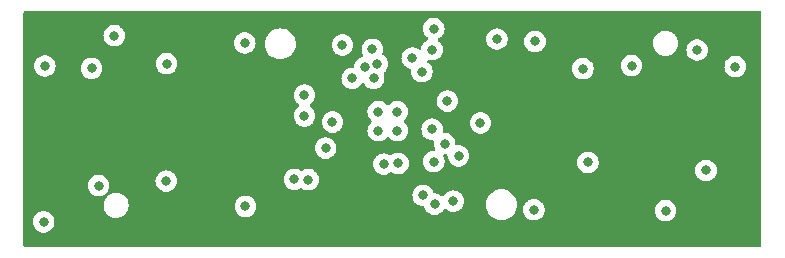
<source format=gbr>
%TF.GenerationSoftware,KiCad,Pcbnew,(6.0.9)*%
%TF.CreationDate,2023-03-04T22:36:08+01:00*%
%TF.ProjectId,nard_sam,6e617264-5f73-4616-9d2e-6b696361645f,rev?*%
%TF.SameCoordinates,Original*%
%TF.FileFunction,Copper,L3,Inr*%
%TF.FilePolarity,Positive*%
%FSLAX46Y46*%
G04 Gerber Fmt 4.6, Leading zero omitted, Abs format (unit mm)*
G04 Created by KiCad (PCBNEW (6.0.9)) date 2023-03-04 22:36:08*
%MOMM*%
%LPD*%
G01*
G04 APERTURE LIST*
%TA.AperFunction,ViaPad*%
%ADD10C,0.800000*%
%TD*%
G04 APERTURE END LIST*
D10*
%TO.N,+5V*%
X74110000Y-74327600D03*
X110675000Y-72550000D03*
X104952800Y-62763400D03*
%TO.N,GND*%
X132525000Y-65200000D03*
X101800000Y-63750000D03*
X103900000Y-69011800D03*
X84350000Y-74900000D03*
X130050000Y-74000000D03*
X91050000Y-77050000D03*
X78625000Y-75275000D03*
X129300000Y-63800000D03*
X91000000Y-63200000D03*
X126625000Y-77400000D03*
X107000000Y-62000000D03*
X115475000Y-77325000D03*
X103925000Y-70625000D03*
X115575000Y-63075000D03*
X99263200Y-63373000D03*
X106100000Y-76100000D03*
X112350000Y-62875000D03*
X74075000Y-65150000D03*
X105181400Y-64490600D03*
X102300000Y-69025000D03*
X73975000Y-78350000D03*
X120050000Y-73325000D03*
X84375000Y-64950000D03*
X79950000Y-62575000D03*
X109100000Y-72775000D03*
X78025000Y-65350000D03*
X123750000Y-65125000D03*
X102300000Y-70625000D03*
X119625000Y-65375000D03*
%TO.N,/PC0*%
X107075000Y-76850000D03*
%TO.N,/PC1*%
X108650000Y-76600000D03*
%TO.N,/USB_DM*%
X102768400Y-73456800D03*
%TO.N,/USB_DP*%
X103987600Y-73406000D03*
%TO.N,/~{RESET}*%
X107924600Y-71729600D03*
%TO.N,/SC1_VCC*%
X101168200Y-65252600D03*
X98425000Y-69900000D03*
%TO.N,/SC2_VCC*%
X105994200Y-65630800D03*
X107010200Y-73250800D03*
%TO.N,/SC1_CLK*%
X96050000Y-67625000D03*
X96050000Y-69375000D03*
%TO.N,/SC1_C4*%
X97850000Y-72100000D03*
X101912250Y-66187250D03*
%TO.N,/SC1_IO*%
X100100000Y-66200000D03*
X95200000Y-74750000D03*
%TO.N,/SC1_C8*%
X102225000Y-64975000D03*
X96375000Y-74775000D03*
%TO.N,/SC2_IO*%
X108150000Y-68125000D03*
X110950000Y-69975000D03*
%TO.N,/SC2_PRsNT*%
X106857800Y-70507600D03*
X106850000Y-63775000D03*
%TD*%
%TA.AperFunction,Conductor*%
%TO.N,+5V*%
G36*
X134683621Y-60528502D02*
G01*
X134730114Y-60582158D01*
X134741500Y-60634500D01*
X134741500Y-80365500D01*
X134721498Y-80433621D01*
X134667842Y-80480114D01*
X134615500Y-80491500D01*
X72384500Y-80491500D01*
X72316379Y-80471498D01*
X72269886Y-80417842D01*
X72258500Y-80365500D01*
X72258500Y-78350000D01*
X73061496Y-78350000D01*
X73081458Y-78539928D01*
X73140473Y-78721556D01*
X73235960Y-78886944D01*
X73363747Y-79028866D01*
X73518248Y-79141118D01*
X73524276Y-79143802D01*
X73524278Y-79143803D01*
X73686681Y-79216109D01*
X73692712Y-79218794D01*
X73786113Y-79238647D01*
X73873056Y-79257128D01*
X73873061Y-79257128D01*
X73879513Y-79258500D01*
X74070487Y-79258500D01*
X74076939Y-79257128D01*
X74076944Y-79257128D01*
X74163887Y-79238647D01*
X74257288Y-79218794D01*
X74263319Y-79216109D01*
X74425722Y-79143803D01*
X74425724Y-79143802D01*
X74431752Y-79141118D01*
X74586253Y-79028866D01*
X74714040Y-78886944D01*
X74809527Y-78721556D01*
X74868542Y-78539928D01*
X74888504Y-78350000D01*
X74876115Y-78232128D01*
X74869232Y-78166635D01*
X74869232Y-78166633D01*
X74868542Y-78160072D01*
X74809527Y-77978444D01*
X74714040Y-77813056D01*
X74627772Y-77717245D01*
X74590675Y-77676045D01*
X74590674Y-77676044D01*
X74586253Y-77671134D01*
X74462506Y-77581226D01*
X74437094Y-77562763D01*
X74437093Y-77562762D01*
X74431752Y-77558882D01*
X74425724Y-77556198D01*
X74425722Y-77556197D01*
X74263319Y-77483891D01*
X74263318Y-77483891D01*
X74257288Y-77481206D01*
X74163888Y-77461353D01*
X74076944Y-77442872D01*
X74076939Y-77442872D01*
X74070487Y-77441500D01*
X73879513Y-77441500D01*
X73873061Y-77442872D01*
X73873056Y-77442872D01*
X73786112Y-77461353D01*
X73692712Y-77481206D01*
X73686682Y-77483891D01*
X73686681Y-77483891D01*
X73524278Y-77556197D01*
X73524276Y-77556198D01*
X73518248Y-77558882D01*
X73512907Y-77562762D01*
X73512906Y-77562763D01*
X73487494Y-77581226D01*
X73363747Y-77671134D01*
X73359326Y-77676044D01*
X73359325Y-77676045D01*
X73322229Y-77717245D01*
X73235960Y-77813056D01*
X73140473Y-77978444D01*
X73081458Y-78160072D01*
X73080768Y-78166633D01*
X73080768Y-78166635D01*
X73073885Y-78232128D01*
X73061496Y-78350000D01*
X72258500Y-78350000D01*
X72258500Y-76932150D01*
X79040482Y-76932150D01*
X79040998Y-76938294D01*
X79041729Y-76947000D01*
X79056995Y-77128794D01*
X79057852Y-77139004D01*
X79115069Y-77338545D01*
X79117887Y-77344027D01*
X79117888Y-77344031D01*
X79154501Y-77415271D01*
X79209955Y-77523173D01*
X79213786Y-77528007D01*
X79213787Y-77528008D01*
X79241725Y-77563257D01*
X79338894Y-77685854D01*
X79343581Y-77689843D01*
X79343584Y-77689846D01*
X79446318Y-77777279D01*
X79496976Y-77820392D01*
X79678180Y-77921664D01*
X79875603Y-77985810D01*
X80081725Y-78010389D01*
X80087860Y-78009917D01*
X80087862Y-78009917D01*
X80282555Y-77994936D01*
X80282560Y-77994935D01*
X80288696Y-77994463D01*
X80294626Y-77992807D01*
X80294628Y-77992807D01*
X80422415Y-77957128D01*
X80488632Y-77938640D01*
X80494132Y-77935862D01*
X80668416Y-77847825D01*
X80668418Y-77847824D01*
X80673917Y-77845046D01*
X80837495Y-77717245D01*
X80949967Y-77586944D01*
X80969109Y-77564768D01*
X80969109Y-77564767D01*
X80973133Y-77560106D01*
X81075667Y-77379614D01*
X81141190Y-77182644D01*
X81157947Y-77050000D01*
X90136496Y-77050000D01*
X90137186Y-77056565D01*
X90155129Y-77227279D01*
X90156458Y-77239928D01*
X90215473Y-77421556D01*
X90310960Y-77586944D01*
X90315378Y-77591851D01*
X90315379Y-77591852D01*
X90428283Y-77717245D01*
X90438747Y-77728866D01*
X90593248Y-77841118D01*
X90599276Y-77843802D01*
X90599278Y-77843803D01*
X90751008Y-77911357D01*
X90767712Y-77918794D01*
X90853101Y-77936944D01*
X90948056Y-77957128D01*
X90948061Y-77957128D01*
X90954513Y-77958500D01*
X91145487Y-77958500D01*
X91151939Y-77957128D01*
X91151944Y-77957128D01*
X91246899Y-77936944D01*
X91332288Y-77918794D01*
X91348992Y-77911357D01*
X91500722Y-77843803D01*
X91500724Y-77843802D01*
X91506752Y-77841118D01*
X91661253Y-77728866D01*
X91671717Y-77717245D01*
X91784621Y-77591852D01*
X91784622Y-77591851D01*
X91789040Y-77586944D01*
X91884527Y-77421556D01*
X91943542Y-77239928D01*
X91944872Y-77227279D01*
X91962814Y-77056565D01*
X91963504Y-77050000D01*
X91961899Y-77034729D01*
X91944232Y-76866635D01*
X91944232Y-76866633D01*
X91943542Y-76860072D01*
X91884527Y-76678444D01*
X91878843Y-76668598D01*
X91805569Y-76541685D01*
X91789040Y-76513056D01*
X91661253Y-76371134D01*
X91506752Y-76258882D01*
X91500724Y-76256198D01*
X91500722Y-76256197D01*
X91338319Y-76183891D01*
X91338318Y-76183891D01*
X91332288Y-76181206D01*
X91238887Y-76161353D01*
X91151944Y-76142872D01*
X91151939Y-76142872D01*
X91145487Y-76141500D01*
X90954513Y-76141500D01*
X90948061Y-76142872D01*
X90948056Y-76142872D01*
X90861113Y-76161353D01*
X90767712Y-76181206D01*
X90761682Y-76183891D01*
X90761681Y-76183891D01*
X90599278Y-76256197D01*
X90599276Y-76256198D01*
X90593248Y-76258882D01*
X90438747Y-76371134D01*
X90310960Y-76513056D01*
X90294431Y-76541685D01*
X90221158Y-76668598D01*
X90215473Y-76678444D01*
X90156458Y-76860072D01*
X90155768Y-76866633D01*
X90155768Y-76866635D01*
X90138101Y-77034729D01*
X90136496Y-77050000D01*
X81157947Y-77050000D01*
X81167207Y-76976698D01*
X81167622Y-76947000D01*
X81151136Y-76778866D01*
X81147966Y-76746534D01*
X81147965Y-76746531D01*
X81147365Y-76740408D01*
X81087368Y-76541685D01*
X81081796Y-76531206D01*
X80992809Y-76363847D01*
X80992808Y-76363845D01*
X80989913Y-76358401D01*
X80911913Y-76262763D01*
X80862610Y-76202311D01*
X80862607Y-76202308D01*
X80858715Y-76197536D01*
X80851770Y-76191790D01*
X80740815Y-76100000D01*
X105186496Y-76100000D01*
X105187186Y-76106565D01*
X105201289Y-76240743D01*
X105206458Y-76289928D01*
X105265473Y-76471556D01*
X105360960Y-76636944D01*
X105365378Y-76641851D01*
X105365379Y-76641852D01*
X105454119Y-76740408D01*
X105488747Y-76778866D01*
X105643248Y-76891118D01*
X105649276Y-76893802D01*
X105649278Y-76893803D01*
X105809799Y-76965271D01*
X105817712Y-76968794D01*
X105910421Y-76988500D01*
X105998056Y-77007128D01*
X105998061Y-77007128D01*
X106004513Y-77008500D01*
X106079702Y-77008500D01*
X106147823Y-77028502D01*
X106194316Y-77082158D01*
X106199535Y-77095563D01*
X106240473Y-77221556D01*
X106243776Y-77227278D01*
X106243777Y-77227279D01*
X106267204Y-77267856D01*
X106335960Y-77386944D01*
X106340378Y-77391851D01*
X106340379Y-77391852D01*
X106353627Y-77406565D01*
X106463747Y-77528866D01*
X106618248Y-77641118D01*
X106624276Y-77643802D01*
X106624278Y-77643803D01*
X106786681Y-77716109D01*
X106792712Y-77718794D01*
X106858365Y-77732749D01*
X106973056Y-77757128D01*
X106973061Y-77757128D01*
X106979513Y-77758500D01*
X107170487Y-77758500D01*
X107176939Y-77757128D01*
X107176944Y-77757128D01*
X107291635Y-77732749D01*
X107357288Y-77718794D01*
X107363319Y-77716109D01*
X107525722Y-77643803D01*
X107525724Y-77643802D01*
X107531752Y-77641118D01*
X107686253Y-77528866D01*
X107796373Y-77406565D01*
X107809621Y-77391852D01*
X107809622Y-77391851D01*
X107814040Y-77386944D01*
X107854510Y-77316848D01*
X107905891Y-77267856D01*
X107975605Y-77254419D01*
X108038279Y-77279510D01*
X108038747Y-77278866D01*
X108042136Y-77281328D01*
X108042138Y-77281330D01*
X108187503Y-77386944D01*
X108193248Y-77391118D01*
X108199276Y-77393802D01*
X108199278Y-77393803D01*
X108261613Y-77421556D01*
X108367712Y-77468794D01*
X108461112Y-77488647D01*
X108548056Y-77507128D01*
X108548061Y-77507128D01*
X108554513Y-77508500D01*
X108745487Y-77508500D01*
X108751939Y-77507128D01*
X108751944Y-77507128D01*
X108838888Y-77488647D01*
X108932288Y-77468794D01*
X109038387Y-77421556D01*
X109100722Y-77393803D01*
X109100724Y-77393802D01*
X109106752Y-77391118D01*
X109115205Y-77384977D01*
X109179112Y-77338545D01*
X109261253Y-77278866D01*
X109265675Y-77273955D01*
X109384621Y-77141852D01*
X109384622Y-77141851D01*
X109389040Y-77136944D01*
X109463197Y-77008500D01*
X109481223Y-76977279D01*
X109481224Y-76977278D01*
X109484527Y-76971556D01*
X109507127Y-76902000D01*
X111418502Y-76902000D01*
X111438457Y-77130087D01*
X111439881Y-77135400D01*
X111439881Y-77135402D01*
X111495784Y-77344031D01*
X111497716Y-77351243D01*
X111500039Y-77356224D01*
X111500039Y-77356225D01*
X111592151Y-77553762D01*
X111592154Y-77553767D01*
X111594477Y-77558749D01*
X111616309Y-77589928D01*
X111713595Y-77728866D01*
X111725802Y-77746300D01*
X111887700Y-77908198D01*
X111892208Y-77911355D01*
X111892211Y-77911357D01*
X111935763Y-77941852D01*
X112075251Y-78039523D01*
X112080233Y-78041846D01*
X112080238Y-78041849D01*
X112277775Y-78133961D01*
X112282757Y-78136284D01*
X112288065Y-78137706D01*
X112288067Y-78137707D01*
X112498598Y-78194119D01*
X112498600Y-78194119D01*
X112503913Y-78195543D01*
X112732000Y-78215498D01*
X112960087Y-78195543D01*
X112965400Y-78194119D01*
X112965402Y-78194119D01*
X113175933Y-78137707D01*
X113175935Y-78137706D01*
X113181243Y-78136284D01*
X113186225Y-78133961D01*
X113383762Y-78041849D01*
X113383767Y-78041846D01*
X113388749Y-78039523D01*
X113528237Y-77941852D01*
X113571789Y-77911357D01*
X113571792Y-77911355D01*
X113576300Y-77908198D01*
X113738198Y-77746300D01*
X113750406Y-77728866D01*
X113847691Y-77589928D01*
X113869523Y-77558749D01*
X113871846Y-77553767D01*
X113871849Y-77553762D01*
X113963961Y-77356225D01*
X113963961Y-77356224D01*
X113966284Y-77351243D01*
X113968217Y-77344031D01*
X113973316Y-77325000D01*
X114561496Y-77325000D01*
X114562186Y-77331565D01*
X114577770Y-77479834D01*
X114581458Y-77514928D01*
X114640473Y-77696556D01*
X114643776Y-77702278D01*
X114643777Y-77702279D01*
X114656292Y-77723955D01*
X114735960Y-77861944D01*
X114740378Y-77866851D01*
X114740379Y-77866852D01*
X114855706Y-77994936D01*
X114863747Y-78003866D01*
X115018248Y-78116118D01*
X115024276Y-78118802D01*
X115024278Y-78118803D01*
X115186681Y-78191109D01*
X115192712Y-78193794D01*
X115286113Y-78213647D01*
X115373056Y-78232128D01*
X115373061Y-78232128D01*
X115379513Y-78233500D01*
X115570487Y-78233500D01*
X115576939Y-78232128D01*
X115576944Y-78232128D01*
X115663887Y-78213647D01*
X115757288Y-78193794D01*
X115763319Y-78191109D01*
X115925722Y-78118803D01*
X115925724Y-78118802D01*
X115931752Y-78116118D01*
X116086253Y-78003866D01*
X116094294Y-77994936D01*
X116209621Y-77866852D01*
X116209622Y-77866851D01*
X116214040Y-77861944D01*
X116293708Y-77723955D01*
X116306223Y-77702279D01*
X116306224Y-77702278D01*
X116309527Y-77696556D01*
X116368542Y-77514928D01*
X116372231Y-77479834D01*
X116380622Y-77400000D01*
X125711496Y-77400000D01*
X125712186Y-77406565D01*
X125728814Y-77564768D01*
X125731458Y-77589928D01*
X125790473Y-77771556D01*
X125793776Y-77777278D01*
X125793777Y-77777279D01*
X125820403Y-77823397D01*
X125885960Y-77936944D01*
X126013747Y-78078866D01*
X126168248Y-78191118D01*
X126174276Y-78193802D01*
X126174278Y-78193803D01*
X126260358Y-78232128D01*
X126342712Y-78268794D01*
X126436113Y-78288647D01*
X126523056Y-78307128D01*
X126523061Y-78307128D01*
X126529513Y-78308500D01*
X126720487Y-78308500D01*
X126726939Y-78307128D01*
X126726944Y-78307128D01*
X126813887Y-78288647D01*
X126907288Y-78268794D01*
X126989642Y-78232128D01*
X127075722Y-78193803D01*
X127075724Y-78193802D01*
X127081752Y-78191118D01*
X127236253Y-78078866D01*
X127364040Y-77936944D01*
X127429597Y-77823397D01*
X127456223Y-77777279D01*
X127456224Y-77777278D01*
X127459527Y-77771556D01*
X127518542Y-77589928D01*
X127521187Y-77564768D01*
X127537814Y-77406565D01*
X127538504Y-77400000D01*
X127533903Y-77356225D01*
X127519232Y-77216635D01*
X127519232Y-77216633D01*
X127518542Y-77210072D01*
X127459527Y-77028444D01*
X127364040Y-76863056D01*
X127355701Y-76853794D01*
X127240675Y-76726045D01*
X127240674Y-76726044D01*
X127236253Y-76721134D01*
X127081752Y-76608882D01*
X127075724Y-76606198D01*
X127075722Y-76606197D01*
X126913319Y-76533891D01*
X126913318Y-76533891D01*
X126907288Y-76531206D01*
X126813887Y-76511353D01*
X126726944Y-76492872D01*
X126726939Y-76492872D01*
X126720487Y-76491500D01*
X126529513Y-76491500D01*
X126523061Y-76492872D01*
X126523056Y-76492872D01*
X126436113Y-76511353D01*
X126342712Y-76531206D01*
X126336682Y-76533891D01*
X126336681Y-76533891D01*
X126174278Y-76606197D01*
X126174276Y-76606198D01*
X126168248Y-76608882D01*
X126013747Y-76721134D01*
X126009326Y-76726044D01*
X126009325Y-76726045D01*
X125894300Y-76853794D01*
X125885960Y-76863056D01*
X125790473Y-77028444D01*
X125731458Y-77210072D01*
X125730768Y-77216633D01*
X125730768Y-77216635D01*
X125716097Y-77356225D01*
X125711496Y-77400000D01*
X116380622Y-77400000D01*
X116387814Y-77331565D01*
X116388504Y-77325000D01*
X116377115Y-77216635D01*
X116369232Y-77141635D01*
X116369232Y-77141633D01*
X116368542Y-77135072D01*
X116309527Y-76953444D01*
X116281847Y-76905500D01*
X116257341Y-76863056D01*
X116214040Y-76788056D01*
X116201344Y-76773955D01*
X116090675Y-76651045D01*
X116090674Y-76651044D01*
X116086253Y-76646134D01*
X115987157Y-76574136D01*
X115937094Y-76537763D01*
X115937093Y-76537762D01*
X115931752Y-76533882D01*
X115925724Y-76531198D01*
X115925722Y-76531197D01*
X115763319Y-76458891D01*
X115763318Y-76458891D01*
X115757288Y-76456206D01*
X115663888Y-76436353D01*
X115576944Y-76417872D01*
X115576939Y-76417872D01*
X115570487Y-76416500D01*
X115379513Y-76416500D01*
X115373061Y-76417872D01*
X115373056Y-76417872D01*
X115286112Y-76436353D01*
X115192712Y-76456206D01*
X115186682Y-76458891D01*
X115186681Y-76458891D01*
X115024278Y-76531197D01*
X115024276Y-76531198D01*
X115018248Y-76533882D01*
X115012907Y-76537762D01*
X115012906Y-76537763D01*
X114962843Y-76574136D01*
X114863747Y-76646134D01*
X114859326Y-76651044D01*
X114859325Y-76651045D01*
X114748657Y-76773955D01*
X114735960Y-76788056D01*
X114692659Y-76863056D01*
X114668154Y-76905500D01*
X114640473Y-76953444D01*
X114581458Y-77135072D01*
X114580768Y-77141633D01*
X114580768Y-77141635D01*
X114572885Y-77216635D01*
X114561496Y-77325000D01*
X113973316Y-77325000D01*
X114024119Y-77135402D01*
X114024119Y-77135400D01*
X114025543Y-77130087D01*
X114045498Y-76902000D01*
X114025543Y-76673913D01*
X114024119Y-76668598D01*
X113967707Y-76458067D01*
X113967706Y-76458065D01*
X113966284Y-76452757D01*
X113946380Y-76410072D01*
X113871849Y-76250238D01*
X113871846Y-76250233D01*
X113869523Y-76245251D01*
X113746212Y-76069145D01*
X113741357Y-76062211D01*
X113741355Y-76062208D01*
X113738198Y-76057700D01*
X113576300Y-75895802D01*
X113571792Y-75892645D01*
X113571789Y-75892643D01*
X113457708Y-75812763D01*
X113388749Y-75764477D01*
X113383767Y-75762154D01*
X113383762Y-75762151D01*
X113186225Y-75670039D01*
X113186224Y-75670039D01*
X113181243Y-75667716D01*
X113175935Y-75666294D01*
X113175933Y-75666293D01*
X112965402Y-75609881D01*
X112965400Y-75609881D01*
X112960087Y-75608457D01*
X112732000Y-75588502D01*
X112503913Y-75608457D01*
X112498600Y-75609881D01*
X112498598Y-75609881D01*
X112288067Y-75666293D01*
X112288065Y-75666294D01*
X112282757Y-75667716D01*
X112277776Y-75670039D01*
X112277775Y-75670039D01*
X112080238Y-75762151D01*
X112080233Y-75762154D01*
X112075251Y-75764477D01*
X112006292Y-75812763D01*
X111892211Y-75892643D01*
X111892208Y-75892645D01*
X111887700Y-75895802D01*
X111725802Y-76057700D01*
X111722645Y-76062208D01*
X111722643Y-76062211D01*
X111717788Y-76069145D01*
X111594477Y-76245251D01*
X111592154Y-76250233D01*
X111592151Y-76250238D01*
X111517620Y-76410072D01*
X111497716Y-76452757D01*
X111496294Y-76458065D01*
X111496293Y-76458067D01*
X111439881Y-76668598D01*
X111438457Y-76673913D01*
X111418502Y-76902000D01*
X109507127Y-76902000D01*
X109543542Y-76789928D01*
X109549367Y-76734511D01*
X109562814Y-76606565D01*
X109563504Y-76600000D01*
X109548673Y-76458891D01*
X109544232Y-76416635D01*
X109544232Y-76416633D01*
X109543542Y-76410072D01*
X109484527Y-76228444D01*
X109465554Y-76195581D01*
X109414160Y-76106565D01*
X109389040Y-76063056D01*
X109384218Y-76057700D01*
X109265675Y-75926045D01*
X109265674Y-75926044D01*
X109261253Y-75921134D01*
X109106752Y-75808882D01*
X109100724Y-75806198D01*
X109100722Y-75806197D01*
X108938319Y-75733891D01*
X108938318Y-75733891D01*
X108932288Y-75731206D01*
X108838888Y-75711353D01*
X108751944Y-75692872D01*
X108751939Y-75692872D01*
X108745487Y-75691500D01*
X108554513Y-75691500D01*
X108548061Y-75692872D01*
X108548056Y-75692872D01*
X108461112Y-75711353D01*
X108367712Y-75731206D01*
X108361682Y-75733891D01*
X108361681Y-75733891D01*
X108199278Y-75806197D01*
X108199276Y-75806198D01*
X108193248Y-75808882D01*
X108038747Y-75921134D01*
X108034326Y-75926044D01*
X108034325Y-75926045D01*
X107915783Y-76057700D01*
X107910960Y-76063056D01*
X107889631Y-76100000D01*
X107870491Y-76133151D01*
X107819109Y-76182144D01*
X107749395Y-76195581D01*
X107686721Y-76170490D01*
X107686253Y-76171134D01*
X107683704Y-76169282D01*
X107650512Y-76145166D01*
X107537094Y-76062763D01*
X107537093Y-76062762D01*
X107531752Y-76058882D01*
X107525724Y-76056198D01*
X107525722Y-76056197D01*
X107363319Y-75983891D01*
X107363318Y-75983891D01*
X107357288Y-75981206D01*
X107253232Y-75959088D01*
X107176944Y-75942872D01*
X107176939Y-75942872D01*
X107170487Y-75941500D01*
X107095298Y-75941500D01*
X107027177Y-75921498D01*
X106980684Y-75867842D01*
X106975465Y-75854437D01*
X106936568Y-75734726D01*
X106934527Y-75728444D01*
X106913990Y-75692872D01*
X106883620Y-75640271D01*
X106839040Y-75563056D01*
X106815793Y-75537237D01*
X106715675Y-75426045D01*
X106715674Y-75426044D01*
X106711253Y-75421134D01*
X106556752Y-75308882D01*
X106550724Y-75306198D01*
X106550722Y-75306197D01*
X106388319Y-75233891D01*
X106388318Y-75233891D01*
X106382288Y-75231206D01*
X106288887Y-75211353D01*
X106201944Y-75192872D01*
X106201939Y-75192872D01*
X106195487Y-75191500D01*
X106004513Y-75191500D01*
X105998061Y-75192872D01*
X105998056Y-75192872D01*
X105911113Y-75211353D01*
X105817712Y-75231206D01*
X105811682Y-75233891D01*
X105811681Y-75233891D01*
X105649278Y-75306197D01*
X105649276Y-75306198D01*
X105643248Y-75308882D01*
X105488747Y-75421134D01*
X105484326Y-75426044D01*
X105484325Y-75426045D01*
X105384208Y-75537237D01*
X105360960Y-75563056D01*
X105316380Y-75640271D01*
X105286011Y-75692872D01*
X105265473Y-75728444D01*
X105206458Y-75910072D01*
X105205768Y-75916633D01*
X105205768Y-75916635D01*
X105190942Y-76057700D01*
X105186496Y-76100000D01*
X80740815Y-76100000D01*
X80703518Y-76069145D01*
X80703519Y-76069145D01*
X80698770Y-76065217D01*
X80693353Y-76062288D01*
X80693350Y-76062286D01*
X80521590Y-75969416D01*
X80521585Y-75969414D01*
X80516170Y-75966486D01*
X80317871Y-75905102D01*
X80311746Y-75904458D01*
X80311745Y-75904458D01*
X80117554Y-75884048D01*
X80117552Y-75884048D01*
X80111425Y-75883404D01*
X80025515Y-75891223D01*
X79910836Y-75901659D01*
X79910833Y-75901660D01*
X79904697Y-75902218D01*
X79898791Y-75903956D01*
X79898787Y-75903957D01*
X79771228Y-75941500D01*
X79705560Y-75960827D01*
X79521600Y-76056999D01*
X79516800Y-76060859D01*
X79516799Y-76060859D01*
X79511379Y-76065217D01*
X79359823Y-76187071D01*
X79355865Y-76191788D01*
X79355863Y-76191790D01*
X79301819Y-76256197D01*
X79226391Y-76346089D01*
X79223427Y-76351481D01*
X79223424Y-76351485D01*
X79166608Y-76454834D01*
X79126387Y-76527995D01*
X79063621Y-76725861D01*
X79062935Y-76731978D01*
X79062934Y-76731982D01*
X79048567Y-76860072D01*
X79040482Y-76932150D01*
X72258500Y-76932150D01*
X72258500Y-75275000D01*
X77711496Y-75275000D01*
X77712186Y-75281565D01*
X77729033Y-75441852D01*
X77731458Y-75464928D01*
X77790473Y-75646556D01*
X77793776Y-75652278D01*
X77793777Y-75652279D01*
X77861047Y-75768794D01*
X77885960Y-75811944D01*
X77890378Y-75816851D01*
X77890379Y-75816852D01*
X78003848Y-75942872D01*
X78013747Y-75953866D01*
X78031117Y-75966486D01*
X78161010Y-76060859D01*
X78168248Y-76066118D01*
X78174276Y-76068802D01*
X78174278Y-76068803D01*
X78318807Y-76133151D01*
X78342712Y-76143794D01*
X78436113Y-76163647D01*
X78523056Y-76182128D01*
X78523061Y-76182128D01*
X78529513Y-76183500D01*
X78720487Y-76183500D01*
X78726939Y-76182128D01*
X78726944Y-76182128D01*
X78813887Y-76163647D01*
X78907288Y-76143794D01*
X78931193Y-76133151D01*
X79075722Y-76068803D01*
X79075724Y-76068802D01*
X79081752Y-76066118D01*
X79088991Y-76060859D01*
X79218883Y-75966486D01*
X79236253Y-75953866D01*
X79246152Y-75942872D01*
X79359621Y-75816852D01*
X79359622Y-75816851D01*
X79364040Y-75811944D01*
X79388953Y-75768794D01*
X79456223Y-75652279D01*
X79456224Y-75652278D01*
X79459527Y-75646556D01*
X79518542Y-75464928D01*
X79520968Y-75441852D01*
X79537814Y-75281565D01*
X79538504Y-75275000D01*
X79518542Y-75085072D01*
X79459527Y-74903444D01*
X79457539Y-74900000D01*
X83436496Y-74900000D01*
X83456458Y-75089928D01*
X83515473Y-75271556D01*
X83610960Y-75436944D01*
X83615378Y-75441851D01*
X83615379Y-75441852D01*
X83707176Y-75543803D01*
X83738747Y-75578866D01*
X83893248Y-75691118D01*
X83899276Y-75693802D01*
X83899278Y-75693803D01*
X84061681Y-75766109D01*
X84067712Y-75768794D01*
X84161113Y-75788647D01*
X84248056Y-75807128D01*
X84248061Y-75807128D01*
X84254513Y-75808500D01*
X84445487Y-75808500D01*
X84451939Y-75807128D01*
X84451944Y-75807128D01*
X84538887Y-75788647D01*
X84632288Y-75768794D01*
X84638319Y-75766109D01*
X84800722Y-75693803D01*
X84800724Y-75693802D01*
X84806752Y-75691118D01*
X84961253Y-75578866D01*
X84992824Y-75543803D01*
X85084621Y-75441852D01*
X85084622Y-75441851D01*
X85089040Y-75436944D01*
X85184527Y-75271556D01*
X85243542Y-75089928D01*
X85263504Y-74900000D01*
X85247738Y-74750000D01*
X94286496Y-74750000D01*
X94287186Y-74756565D01*
X94303011Y-74907128D01*
X94306458Y-74939928D01*
X94365473Y-75121556D01*
X94460960Y-75286944D01*
X94465378Y-75291851D01*
X94465379Y-75291852D01*
X94487889Y-75316852D01*
X94588747Y-75428866D01*
X94743248Y-75541118D01*
X94749276Y-75543802D01*
X94749278Y-75543803D01*
X94897693Y-75609881D01*
X94917712Y-75618794D01*
X95011113Y-75638647D01*
X95098056Y-75657128D01*
X95098061Y-75657128D01*
X95104513Y-75658500D01*
X95295487Y-75658500D01*
X95301939Y-75657128D01*
X95301944Y-75657128D01*
X95388887Y-75638647D01*
X95482288Y-75618794D01*
X95502307Y-75609881D01*
X95650722Y-75543803D01*
X95650724Y-75543802D01*
X95656752Y-75541118D01*
X95696234Y-75512433D01*
X95763100Y-75488574D01*
X95832252Y-75504653D01*
X95844351Y-75512429D01*
X95918248Y-75566118D01*
X95924276Y-75568802D01*
X95924278Y-75568803D01*
X96039642Y-75620166D01*
X96092712Y-75643794D01*
X96186112Y-75663647D01*
X96273056Y-75682128D01*
X96273061Y-75682128D01*
X96279513Y-75683500D01*
X96470487Y-75683500D01*
X96476939Y-75682128D01*
X96476944Y-75682128D01*
X96563888Y-75663647D01*
X96657288Y-75643794D01*
X96710358Y-75620166D01*
X96825722Y-75568803D01*
X96825724Y-75568802D01*
X96831752Y-75566118D01*
X96866162Y-75541118D01*
X96916351Y-75504653D01*
X96986253Y-75453866D01*
X96990675Y-75448955D01*
X97109621Y-75316852D01*
X97109622Y-75316851D01*
X97114040Y-75311944D01*
X97209527Y-75146556D01*
X97268542Y-74964928D01*
X97271860Y-74933365D01*
X97287814Y-74781565D01*
X97288504Y-74775000D01*
X97268542Y-74585072D01*
X97209527Y-74403444D01*
X97191117Y-74371556D01*
X97135251Y-74274794D01*
X97114040Y-74238056D01*
X97108703Y-74232128D01*
X96990675Y-74101045D01*
X96990674Y-74101044D01*
X96986253Y-74096134D01*
X96859258Y-74003866D01*
X96837094Y-73987763D01*
X96837093Y-73987762D01*
X96831752Y-73983882D01*
X96825724Y-73981198D01*
X96825722Y-73981197D01*
X96663319Y-73908891D01*
X96663318Y-73908891D01*
X96657288Y-73906206D01*
X96552305Y-73883891D01*
X96476944Y-73867872D01*
X96476939Y-73867872D01*
X96470487Y-73866500D01*
X96279513Y-73866500D01*
X96273061Y-73867872D01*
X96273056Y-73867872D01*
X96197695Y-73883891D01*
X96092712Y-73906206D01*
X96086682Y-73908891D01*
X96086681Y-73908891D01*
X95924278Y-73981197D01*
X95924276Y-73981198D01*
X95918248Y-73983882D01*
X95890743Y-74003866D01*
X95878767Y-74012567D01*
X95811900Y-74036426D01*
X95742748Y-74020347D01*
X95730649Y-74012571D01*
X95656752Y-73958882D01*
X95650724Y-73956198D01*
X95650722Y-73956197D01*
X95488319Y-73883891D01*
X95488318Y-73883891D01*
X95482288Y-73881206D01*
X95388887Y-73861353D01*
X95301944Y-73842872D01*
X95301939Y-73842872D01*
X95295487Y-73841500D01*
X95104513Y-73841500D01*
X95098061Y-73842872D01*
X95098056Y-73842872D01*
X95011113Y-73861353D01*
X94917712Y-73881206D01*
X94911682Y-73883891D01*
X94911681Y-73883891D01*
X94749278Y-73956197D01*
X94749276Y-73956198D01*
X94743248Y-73958882D01*
X94737907Y-73962762D01*
X94737906Y-73962763D01*
X94703497Y-73987763D01*
X94588747Y-74071134D01*
X94584326Y-74076044D01*
X94584325Y-74076045D01*
X94475311Y-74197118D01*
X94460960Y-74213056D01*
X94365473Y-74378444D01*
X94306458Y-74560072D01*
X94305768Y-74566633D01*
X94305768Y-74566635D01*
X94293972Y-74678866D01*
X94286496Y-74750000D01*
X85247738Y-74750000D01*
X85246483Y-74738056D01*
X85244232Y-74716635D01*
X85244232Y-74716633D01*
X85243542Y-74710072D01*
X85184527Y-74528444D01*
X85089040Y-74363056D01*
X85056545Y-74326966D01*
X84965675Y-74226045D01*
X84965674Y-74226044D01*
X84961253Y-74221134D01*
X84843617Y-74135666D01*
X84812094Y-74112763D01*
X84812093Y-74112762D01*
X84806752Y-74108882D01*
X84800724Y-74106198D01*
X84800722Y-74106197D01*
X84638319Y-74033891D01*
X84638318Y-74033891D01*
X84632288Y-74031206D01*
X84538888Y-74011353D01*
X84451944Y-73992872D01*
X84451939Y-73992872D01*
X84445487Y-73991500D01*
X84254513Y-73991500D01*
X84248061Y-73992872D01*
X84248056Y-73992872D01*
X84161112Y-74011353D01*
X84067712Y-74031206D01*
X84061682Y-74033891D01*
X84061681Y-74033891D01*
X83899278Y-74106197D01*
X83899276Y-74106198D01*
X83893248Y-74108882D01*
X83887907Y-74112762D01*
X83887906Y-74112763D01*
X83856383Y-74135666D01*
X83738747Y-74221134D01*
X83734326Y-74226044D01*
X83734325Y-74226045D01*
X83643456Y-74326966D01*
X83610960Y-74363056D01*
X83515473Y-74528444D01*
X83456458Y-74710072D01*
X83455768Y-74716633D01*
X83455768Y-74716635D01*
X83453517Y-74738056D01*
X83436496Y-74900000D01*
X79457539Y-74900000D01*
X79364040Y-74738056D01*
X79344753Y-74716635D01*
X79240675Y-74601045D01*
X79240674Y-74601044D01*
X79236253Y-74596134D01*
X79081752Y-74483882D01*
X79075724Y-74481198D01*
X79075722Y-74481197D01*
X78913319Y-74408891D01*
X78913318Y-74408891D01*
X78907288Y-74406206D01*
X78806247Y-74384729D01*
X78726944Y-74367872D01*
X78726939Y-74367872D01*
X78720487Y-74366500D01*
X78529513Y-74366500D01*
X78523061Y-74367872D01*
X78523056Y-74367872D01*
X78443753Y-74384729D01*
X78342712Y-74406206D01*
X78336682Y-74408891D01*
X78336681Y-74408891D01*
X78174278Y-74481197D01*
X78174276Y-74481198D01*
X78168248Y-74483882D01*
X78013747Y-74596134D01*
X78009326Y-74601044D01*
X78009325Y-74601045D01*
X77905248Y-74716635D01*
X77885960Y-74738056D01*
X77790473Y-74903444D01*
X77731458Y-75085072D01*
X77711496Y-75275000D01*
X72258500Y-75275000D01*
X72258500Y-73456800D01*
X101854896Y-73456800D01*
X101855586Y-73463365D01*
X101870179Y-73602206D01*
X101874858Y-73646728D01*
X101933873Y-73828356D01*
X102029360Y-73993744D01*
X102033778Y-73998651D01*
X102033779Y-73998652D01*
X102142676Y-74119594D01*
X102157147Y-74135666D01*
X102236386Y-74193237D01*
X102281543Y-74226045D01*
X102311648Y-74247918D01*
X102317676Y-74250602D01*
X102317678Y-74250603D01*
X102461194Y-74314500D01*
X102486112Y-74325594D01*
X102579513Y-74345447D01*
X102666456Y-74363928D01*
X102666461Y-74363928D01*
X102672913Y-74365300D01*
X102863887Y-74365300D01*
X102870339Y-74363928D01*
X102870344Y-74363928D01*
X102957287Y-74345447D01*
X103050688Y-74325594D01*
X103075606Y-74314500D01*
X103219122Y-74250603D01*
X103219124Y-74250602D01*
X103225152Y-74247918D01*
X103246885Y-74232128D01*
X103338899Y-74165276D01*
X103405767Y-74141417D01*
X103474918Y-74157498D01*
X103487021Y-74165276D01*
X103520952Y-74189928D01*
X103530848Y-74197118D01*
X103536876Y-74199802D01*
X103536878Y-74199803D01*
X103699281Y-74272109D01*
X103705312Y-74274794D01*
X103798713Y-74294647D01*
X103885656Y-74313128D01*
X103885661Y-74313128D01*
X103892113Y-74314500D01*
X104083087Y-74314500D01*
X104089539Y-74313128D01*
X104089544Y-74313128D01*
X104176487Y-74294647D01*
X104269888Y-74274794D01*
X104275919Y-74272109D01*
X104438322Y-74199803D01*
X104438324Y-74199802D01*
X104444352Y-74197118D01*
X104463282Y-74183365D01*
X104499757Y-74156864D01*
X104598853Y-74084866D01*
X104603275Y-74079955D01*
X104722221Y-73947852D01*
X104722222Y-73947851D01*
X104726640Y-73942944D01*
X104803354Y-73810072D01*
X104818823Y-73783279D01*
X104818824Y-73783278D01*
X104822127Y-73777556D01*
X104881142Y-73595928D01*
X104901104Y-73406000D01*
X104893281Y-73331565D01*
X104881832Y-73222635D01*
X104881832Y-73222633D01*
X104881142Y-73216072D01*
X104822127Y-73034444D01*
X104726640Y-72869056D01*
X104644594Y-72777934D01*
X104603275Y-72732045D01*
X104603274Y-72732044D01*
X104598853Y-72727134D01*
X104474419Y-72636727D01*
X104449694Y-72618763D01*
X104449693Y-72618762D01*
X104444352Y-72614882D01*
X104438324Y-72612198D01*
X104438322Y-72612197D01*
X104275919Y-72539891D01*
X104275918Y-72539891D01*
X104269888Y-72537206D01*
X104176488Y-72517353D01*
X104089544Y-72498872D01*
X104089539Y-72498872D01*
X104083087Y-72497500D01*
X103892113Y-72497500D01*
X103885661Y-72498872D01*
X103885656Y-72498872D01*
X103798712Y-72517353D01*
X103705312Y-72537206D01*
X103699282Y-72539891D01*
X103699281Y-72539891D01*
X103536878Y-72612197D01*
X103536876Y-72612198D01*
X103530848Y-72614882D01*
X103525507Y-72618762D01*
X103525506Y-72618763D01*
X103417101Y-72697524D01*
X103350233Y-72721383D01*
X103281082Y-72705302D01*
X103268979Y-72697524D01*
X103230494Y-72669563D01*
X103230493Y-72669562D01*
X103225152Y-72665682D01*
X103219124Y-72662998D01*
X103219122Y-72662997D01*
X103056719Y-72590691D01*
X103056718Y-72590691D01*
X103050688Y-72588006D01*
X102956808Y-72568051D01*
X102870344Y-72549672D01*
X102870339Y-72549672D01*
X102863887Y-72548300D01*
X102672913Y-72548300D01*
X102666461Y-72549672D01*
X102666456Y-72549672D01*
X102579992Y-72568051D01*
X102486112Y-72588006D01*
X102480082Y-72590691D01*
X102480081Y-72590691D01*
X102317678Y-72662997D01*
X102317676Y-72662998D01*
X102311648Y-72665682D01*
X102157147Y-72777934D01*
X102152726Y-72782844D01*
X102152725Y-72782845D01*
X102079520Y-72864148D01*
X102029360Y-72919856D01*
X101933873Y-73085244D01*
X101874858Y-73266872D01*
X101874168Y-73273433D01*
X101874168Y-73273435D01*
X101860925Y-73399435D01*
X101854896Y-73456800D01*
X72258500Y-73456800D01*
X72258500Y-72100000D01*
X96936496Y-72100000D01*
X96956458Y-72289928D01*
X97015473Y-72471556D01*
X97110960Y-72636944D01*
X97115378Y-72641851D01*
X97115379Y-72641852D01*
X97180212Y-72713856D01*
X97238747Y-72778866D01*
X97244224Y-72782845D01*
X97370753Y-72874774D01*
X97393248Y-72891118D01*
X97399276Y-72893802D01*
X97399278Y-72893803D01*
X97561681Y-72966109D01*
X97567712Y-72968794D01*
X97661113Y-72988647D01*
X97748056Y-73007128D01*
X97748061Y-73007128D01*
X97754513Y-73008500D01*
X97945487Y-73008500D01*
X97951939Y-73007128D01*
X97951944Y-73007128D01*
X98038887Y-72988647D01*
X98132288Y-72968794D01*
X98138319Y-72966109D01*
X98300722Y-72893803D01*
X98300724Y-72893802D01*
X98306752Y-72891118D01*
X98329248Y-72874774D01*
X98455776Y-72782845D01*
X98461253Y-72778866D01*
X98519788Y-72713856D01*
X98584621Y-72641852D01*
X98584622Y-72641851D01*
X98589040Y-72636944D01*
X98684527Y-72471556D01*
X98743542Y-72289928D01*
X98763504Y-72100000D01*
X98751300Y-71983882D01*
X98744232Y-71916635D01*
X98744232Y-71916633D01*
X98743542Y-71910072D01*
X98684527Y-71728444D01*
X98589040Y-71563056D01*
X98582031Y-71555271D01*
X98465675Y-71426045D01*
X98465674Y-71426044D01*
X98461253Y-71421134D01*
X98306752Y-71308882D01*
X98300724Y-71306198D01*
X98300722Y-71306197D01*
X98138319Y-71233891D01*
X98138318Y-71233891D01*
X98132288Y-71231206D01*
X98038887Y-71211353D01*
X97951944Y-71192872D01*
X97951939Y-71192872D01*
X97945487Y-71191500D01*
X97754513Y-71191500D01*
X97748061Y-71192872D01*
X97748056Y-71192872D01*
X97661113Y-71211353D01*
X97567712Y-71231206D01*
X97561682Y-71233891D01*
X97561681Y-71233891D01*
X97399278Y-71306197D01*
X97399276Y-71306198D01*
X97393248Y-71308882D01*
X97238747Y-71421134D01*
X97234326Y-71426044D01*
X97234325Y-71426045D01*
X97117970Y-71555271D01*
X97110960Y-71563056D01*
X97015473Y-71728444D01*
X96956458Y-71910072D01*
X96955768Y-71916633D01*
X96955768Y-71916635D01*
X96948700Y-71983882D01*
X96936496Y-72100000D01*
X72258500Y-72100000D01*
X72258500Y-69375000D01*
X95136496Y-69375000D01*
X95137186Y-69381565D01*
X95142608Y-69433148D01*
X95156458Y-69564928D01*
X95215473Y-69746556D01*
X95310960Y-69911944D01*
X95315378Y-69916851D01*
X95315379Y-69916852D01*
X95359405Y-69965748D01*
X95438747Y-70053866D01*
X95593248Y-70166118D01*
X95599276Y-70168802D01*
X95599278Y-70168803D01*
X95703695Y-70215292D01*
X95767712Y-70243794D01*
X95842680Y-70259729D01*
X95948056Y-70282128D01*
X95948061Y-70282128D01*
X95954513Y-70283500D01*
X96145487Y-70283500D01*
X96151939Y-70282128D01*
X96151944Y-70282128D01*
X96257320Y-70259729D01*
X96332288Y-70243794D01*
X96396305Y-70215292D01*
X96500722Y-70168803D01*
X96500724Y-70168802D01*
X96506752Y-70166118D01*
X96661253Y-70053866D01*
X96740595Y-69965748D01*
X96784621Y-69916852D01*
X96784622Y-69916851D01*
X96789040Y-69911944D01*
X96795936Y-69900000D01*
X97511496Y-69900000D01*
X97512186Y-69906565D01*
X97527152Y-70048955D01*
X97531458Y-70089928D01*
X97590473Y-70271556D01*
X97593776Y-70277278D01*
X97593777Y-70277279D01*
X97617098Y-70317672D01*
X97685960Y-70436944D01*
X97813747Y-70578866D01*
X97968248Y-70691118D01*
X97974276Y-70693802D01*
X97974278Y-70693803D01*
X98136681Y-70766109D01*
X98142712Y-70768794D01*
X98236112Y-70788647D01*
X98323056Y-70807128D01*
X98323061Y-70807128D01*
X98329513Y-70808500D01*
X98520487Y-70808500D01*
X98526939Y-70807128D01*
X98526944Y-70807128D01*
X98613888Y-70788647D01*
X98707288Y-70768794D01*
X98713319Y-70766109D01*
X98875722Y-70693803D01*
X98875724Y-70693802D01*
X98881752Y-70691118D01*
X98972755Y-70625000D01*
X101386496Y-70625000D01*
X101406458Y-70814928D01*
X101465473Y-70996556D01*
X101560960Y-71161944D01*
X101565378Y-71166851D01*
X101565379Y-71166852D01*
X101593762Y-71198374D01*
X101688747Y-71303866D01*
X101843248Y-71416118D01*
X101849276Y-71418802D01*
X101849278Y-71418803D01*
X102008647Y-71489758D01*
X102017712Y-71493794D01*
X102111112Y-71513647D01*
X102198056Y-71532128D01*
X102198061Y-71532128D01*
X102204513Y-71533500D01*
X102395487Y-71533500D01*
X102401939Y-71532128D01*
X102401944Y-71532128D01*
X102488888Y-71513647D01*
X102582288Y-71493794D01*
X102591353Y-71489758D01*
X102750722Y-71418803D01*
X102750724Y-71418802D01*
X102756752Y-71416118D01*
X102911253Y-71303866D01*
X103018866Y-71184350D01*
X103079310Y-71147112D01*
X103150294Y-71148464D01*
X103206134Y-71184350D01*
X103313747Y-71303866D01*
X103468248Y-71416118D01*
X103474276Y-71418802D01*
X103474278Y-71418803D01*
X103633647Y-71489758D01*
X103642712Y-71493794D01*
X103736112Y-71513647D01*
X103823056Y-71532128D01*
X103823061Y-71532128D01*
X103829513Y-71533500D01*
X104020487Y-71533500D01*
X104026939Y-71532128D01*
X104026944Y-71532128D01*
X104113888Y-71513647D01*
X104207288Y-71493794D01*
X104216353Y-71489758D01*
X104375722Y-71418803D01*
X104375724Y-71418802D01*
X104381752Y-71416118D01*
X104536253Y-71303866D01*
X104631238Y-71198374D01*
X104659621Y-71166852D01*
X104659622Y-71166851D01*
X104664040Y-71161944D01*
X104759527Y-70996556D01*
X104818542Y-70814928D01*
X104838504Y-70625000D01*
X104826855Y-70514164D01*
X104826165Y-70507600D01*
X105944296Y-70507600D01*
X105964258Y-70697528D01*
X106023273Y-70879156D01*
X106118760Y-71044544D01*
X106123178Y-71049451D01*
X106123179Y-71049452D01*
X106212330Y-71148464D01*
X106246547Y-71186466D01*
X106401048Y-71298718D01*
X106407076Y-71301402D01*
X106407078Y-71301403D01*
X106534297Y-71358044D01*
X106575512Y-71376394D01*
X106635642Y-71389175D01*
X106755856Y-71414728D01*
X106755861Y-71414728D01*
X106762313Y-71416100D01*
X106904109Y-71416100D01*
X106972230Y-71436102D01*
X107018723Y-71489758D01*
X107029419Y-71555269D01*
X107011096Y-71729600D01*
X107011786Y-71736165D01*
X107029514Y-71904834D01*
X107031058Y-71919528D01*
X107090073Y-72101156D01*
X107120179Y-72153301D01*
X107136916Y-72222296D01*
X107113695Y-72289388D01*
X107057888Y-72333275D01*
X107011059Y-72342300D01*
X106914713Y-72342300D01*
X106908261Y-72343672D01*
X106908256Y-72343672D01*
X106821312Y-72362153D01*
X106727912Y-72382006D01*
X106721882Y-72384691D01*
X106721881Y-72384691D01*
X106559478Y-72456997D01*
X106559476Y-72456998D01*
X106553448Y-72459682D01*
X106398947Y-72571934D01*
X106394526Y-72576844D01*
X106394525Y-72576845D01*
X106298883Y-72683067D01*
X106271160Y-72713856D01*
X106175673Y-72879244D01*
X106116658Y-73060872D01*
X106115968Y-73067433D01*
X106115968Y-73067435D01*
X106107652Y-73146556D01*
X106096696Y-73250800D01*
X106116658Y-73440728D01*
X106175673Y-73622356D01*
X106178976Y-73628078D01*
X106178977Y-73628079D01*
X106185955Y-73640165D01*
X106271160Y-73787744D01*
X106275578Y-73792651D01*
X106275579Y-73792652D01*
X106380241Y-73908891D01*
X106398947Y-73929666D01*
X106553448Y-74041918D01*
X106559476Y-74044602D01*
X106559478Y-74044603D01*
X106721881Y-74116909D01*
X106727912Y-74119594D01*
X106821313Y-74139447D01*
X106908256Y-74157928D01*
X106908261Y-74157928D01*
X106914713Y-74159300D01*
X107105687Y-74159300D01*
X107112139Y-74157928D01*
X107112144Y-74157928D01*
X107199087Y-74139447D01*
X107292488Y-74119594D01*
X107298519Y-74116909D01*
X107460922Y-74044603D01*
X107460924Y-74044602D01*
X107466952Y-74041918D01*
X107621453Y-73929666D01*
X107640159Y-73908891D01*
X107744821Y-73792652D01*
X107744822Y-73792651D01*
X107749240Y-73787744D01*
X107834445Y-73640165D01*
X107841423Y-73628079D01*
X107841424Y-73628078D01*
X107844727Y-73622356D01*
X107903742Y-73440728D01*
X107923704Y-73250800D01*
X107912748Y-73146556D01*
X107904432Y-73067435D01*
X107904432Y-73067433D01*
X107903742Y-73060872D01*
X107844727Y-72879244D01*
X107814621Y-72827099D01*
X107797884Y-72758104D01*
X107821105Y-72691012D01*
X107876912Y-72647125D01*
X107923741Y-72638100D01*
X108020087Y-72638100D01*
X108026542Y-72636728D01*
X108026551Y-72636727D01*
X108035380Y-72634850D01*
X108106171Y-72640251D01*
X108162804Y-72683067D01*
X108187298Y-72749704D01*
X108187068Y-72761830D01*
X108187186Y-72761830D01*
X108187186Y-72768435D01*
X108186496Y-72775000D01*
X108187186Y-72781565D01*
X108198983Y-72893803D01*
X108206458Y-72964928D01*
X108265473Y-73146556D01*
X108360960Y-73311944D01*
X108365378Y-73316851D01*
X108365379Y-73316852D01*
X108482570Y-73447006D01*
X108488747Y-73453866D01*
X108643248Y-73566118D01*
X108649276Y-73568802D01*
X108649278Y-73568803D01*
X108809561Y-73640165D01*
X108817712Y-73643794D01*
X108911112Y-73663647D01*
X108998056Y-73682128D01*
X108998061Y-73682128D01*
X109004513Y-73683500D01*
X109195487Y-73683500D01*
X109201939Y-73682128D01*
X109201944Y-73682128D01*
X109288888Y-73663647D01*
X109382288Y-73643794D01*
X109390439Y-73640165D01*
X109550722Y-73568803D01*
X109550724Y-73568802D01*
X109556752Y-73566118D01*
X109711253Y-73453866D01*
X109717430Y-73447006D01*
X109827285Y-73325000D01*
X119136496Y-73325000D01*
X119137186Y-73331565D01*
X119151039Y-73463365D01*
X119156458Y-73514928D01*
X119215473Y-73696556D01*
X119310960Y-73861944D01*
X119315378Y-73866851D01*
X119315379Y-73866852D01*
X119428848Y-73992872D01*
X119438747Y-74003866D01*
X119524784Y-74066376D01*
X119583289Y-74108882D01*
X119593248Y-74116118D01*
X119599276Y-74118802D01*
X119599278Y-74118803D01*
X119761681Y-74191109D01*
X119767712Y-74193794D01*
X119858332Y-74213056D01*
X119948056Y-74232128D01*
X119948061Y-74232128D01*
X119954513Y-74233500D01*
X120145487Y-74233500D01*
X120151939Y-74232128D01*
X120151944Y-74232128D01*
X120241668Y-74213056D01*
X120332288Y-74193794D01*
X120338319Y-74191109D01*
X120500722Y-74118803D01*
X120500724Y-74118802D01*
X120506752Y-74116118D01*
X120516712Y-74108882D01*
X120575216Y-74066376D01*
X120661253Y-74003866D01*
X120664734Y-74000000D01*
X129136496Y-74000000D01*
X129137186Y-74006565D01*
X129153050Y-74157498D01*
X129156458Y-74189928D01*
X129215473Y-74371556D01*
X129218776Y-74377278D01*
X129218777Y-74377279D01*
X129234686Y-74404834D01*
X129310960Y-74536944D01*
X129315378Y-74541851D01*
X129315379Y-74541852D01*
X129364255Y-74596134D01*
X129438747Y-74678866D01*
X129520215Y-74738056D01*
X129571064Y-74775000D01*
X129593248Y-74791118D01*
X129599276Y-74793802D01*
X129599278Y-74793803D01*
X129761681Y-74866109D01*
X129767712Y-74868794D01*
X129861112Y-74888647D01*
X129948056Y-74907128D01*
X129948061Y-74907128D01*
X129954513Y-74908500D01*
X130145487Y-74908500D01*
X130151939Y-74907128D01*
X130151944Y-74907128D01*
X130238888Y-74888647D01*
X130332288Y-74868794D01*
X130338319Y-74866109D01*
X130500722Y-74793803D01*
X130500724Y-74793802D01*
X130506752Y-74791118D01*
X130528937Y-74775000D01*
X130579785Y-74738056D01*
X130661253Y-74678866D01*
X130735745Y-74596134D01*
X130784621Y-74541852D01*
X130784622Y-74541851D01*
X130789040Y-74536944D01*
X130865314Y-74404834D01*
X130881223Y-74377279D01*
X130881224Y-74377278D01*
X130884527Y-74371556D01*
X130943542Y-74189928D01*
X130946951Y-74157498D01*
X130962814Y-74006565D01*
X130963504Y-74000000D01*
X130962611Y-73991500D01*
X130944232Y-73816635D01*
X130944232Y-73816633D01*
X130943542Y-73810072D01*
X130884527Y-73628444D01*
X130877384Y-73616071D01*
X130792341Y-73468774D01*
X130789040Y-73463056D01*
X130776344Y-73448955D01*
X130665675Y-73326045D01*
X130665674Y-73326044D01*
X130661253Y-73321134D01*
X130555411Y-73244235D01*
X130512094Y-73212763D01*
X130512093Y-73212762D01*
X130506752Y-73208882D01*
X130500724Y-73206198D01*
X130500722Y-73206197D01*
X130338319Y-73133891D01*
X130338318Y-73133891D01*
X130332288Y-73131206D01*
X130238887Y-73111353D01*
X130151944Y-73092872D01*
X130151939Y-73092872D01*
X130145487Y-73091500D01*
X129954513Y-73091500D01*
X129948061Y-73092872D01*
X129948056Y-73092872D01*
X129861113Y-73111353D01*
X129767712Y-73131206D01*
X129761682Y-73133891D01*
X129761681Y-73133891D01*
X129599278Y-73206197D01*
X129599276Y-73206198D01*
X129593248Y-73208882D01*
X129587907Y-73212762D01*
X129587906Y-73212763D01*
X129544589Y-73244235D01*
X129438747Y-73321134D01*
X129434326Y-73326044D01*
X129434325Y-73326045D01*
X129323657Y-73448955D01*
X129310960Y-73463056D01*
X129307659Y-73468774D01*
X129222617Y-73616071D01*
X129215473Y-73628444D01*
X129156458Y-73810072D01*
X129155768Y-73816633D01*
X129155768Y-73816635D01*
X129137389Y-73991500D01*
X129136496Y-74000000D01*
X120664734Y-74000000D01*
X120671152Y-73992872D01*
X120784621Y-73866852D01*
X120784622Y-73866851D01*
X120789040Y-73861944D01*
X120884527Y-73696556D01*
X120943542Y-73514928D01*
X120948962Y-73463365D01*
X120962814Y-73331565D01*
X120963504Y-73325000D01*
X120951300Y-73208882D01*
X120944232Y-73141635D01*
X120944232Y-73141633D01*
X120943542Y-73135072D01*
X120884527Y-72953444D01*
X120789040Y-72788056D01*
X120783196Y-72781565D01*
X120665675Y-72651045D01*
X120665674Y-72651044D01*
X120661253Y-72646134D01*
X120506752Y-72533882D01*
X120500724Y-72531198D01*
X120500722Y-72531197D01*
X120338319Y-72458891D01*
X120338318Y-72458891D01*
X120332288Y-72456206D01*
X120238888Y-72436353D01*
X120151944Y-72417872D01*
X120151939Y-72417872D01*
X120145487Y-72416500D01*
X119954513Y-72416500D01*
X119948061Y-72417872D01*
X119948056Y-72417872D01*
X119861112Y-72436353D01*
X119767712Y-72456206D01*
X119761682Y-72458891D01*
X119761681Y-72458891D01*
X119599278Y-72531197D01*
X119599276Y-72531198D01*
X119593248Y-72533882D01*
X119438747Y-72646134D01*
X119434326Y-72651044D01*
X119434325Y-72651045D01*
X119316805Y-72781565D01*
X119310960Y-72788056D01*
X119215473Y-72953444D01*
X119156458Y-73135072D01*
X119155768Y-73141633D01*
X119155768Y-73141635D01*
X119148700Y-73208882D01*
X119136496Y-73325000D01*
X109827285Y-73325000D01*
X109834621Y-73316852D01*
X109834622Y-73316851D01*
X109839040Y-73311944D01*
X109934527Y-73146556D01*
X109993542Y-72964928D01*
X110001018Y-72893803D01*
X110012814Y-72781565D01*
X110013504Y-72775000D01*
X109999510Y-72641852D01*
X109994232Y-72591635D01*
X109994232Y-72591633D01*
X109993542Y-72585072D01*
X109934527Y-72403444D01*
X109921700Y-72381226D01*
X109868988Y-72289928D01*
X109839040Y-72238056D01*
X109711253Y-72096134D01*
X109556752Y-71983882D01*
X109550724Y-71981198D01*
X109550722Y-71981197D01*
X109388319Y-71908891D01*
X109388318Y-71908891D01*
X109382288Y-71906206D01*
X109288888Y-71886353D01*
X109201944Y-71867872D01*
X109201939Y-71867872D01*
X109195487Y-71866500D01*
X109004513Y-71866500D01*
X108998058Y-71867872D01*
X108998049Y-71867873D01*
X108989220Y-71869750D01*
X108918429Y-71864349D01*
X108861796Y-71821533D01*
X108837302Y-71754896D01*
X108837532Y-71742770D01*
X108837414Y-71742770D01*
X108837414Y-71736165D01*
X108838104Y-71729600D01*
X108818142Y-71539672D01*
X108759127Y-71358044D01*
X108663640Y-71192656D01*
X108623850Y-71148464D01*
X108540275Y-71055645D01*
X108540274Y-71055644D01*
X108535853Y-71050734D01*
X108381352Y-70938482D01*
X108375324Y-70935798D01*
X108375322Y-70935797D01*
X108212919Y-70863491D01*
X108212918Y-70863491D01*
X108206888Y-70860806D01*
X108113487Y-70840953D01*
X108026544Y-70822472D01*
X108026539Y-70822472D01*
X108020087Y-70821100D01*
X107878291Y-70821100D01*
X107810170Y-70801098D01*
X107763677Y-70747442D01*
X107752981Y-70681931D01*
X107771304Y-70507600D01*
X107751342Y-70317672D01*
X107692327Y-70136044D01*
X107669327Y-70096206D01*
X107600141Y-69976374D01*
X107599348Y-69975000D01*
X110036496Y-69975000D01*
X110037186Y-69981565D01*
X110048980Y-70093774D01*
X110056458Y-70164928D01*
X110115473Y-70346556D01*
X110210960Y-70511944D01*
X110338747Y-70653866D01*
X110493248Y-70766118D01*
X110499276Y-70768802D01*
X110499278Y-70768803D01*
X110661681Y-70841109D01*
X110667712Y-70843794D01*
X110747747Y-70860806D01*
X110848056Y-70882128D01*
X110848061Y-70882128D01*
X110854513Y-70883500D01*
X111045487Y-70883500D01*
X111051939Y-70882128D01*
X111051944Y-70882128D01*
X111152253Y-70860806D01*
X111232288Y-70843794D01*
X111238319Y-70841109D01*
X111400722Y-70768803D01*
X111400724Y-70768802D01*
X111406752Y-70766118D01*
X111561253Y-70653866D01*
X111689040Y-70511944D01*
X111784527Y-70346556D01*
X111843542Y-70164928D01*
X111851021Y-70093774D01*
X111862814Y-69981565D01*
X111863504Y-69975000D01*
X111858452Y-69926936D01*
X111844232Y-69791635D01*
X111844232Y-69791633D01*
X111843542Y-69785072D01*
X111784527Y-69603444D01*
X111777709Y-69591634D01*
X111692341Y-69443774D01*
X111689040Y-69438056D01*
X111561253Y-69296134D01*
X111406752Y-69183882D01*
X111400724Y-69181198D01*
X111400722Y-69181197D01*
X111238319Y-69108891D01*
X111238318Y-69108891D01*
X111232288Y-69106206D01*
X111138887Y-69086353D01*
X111051944Y-69067872D01*
X111051939Y-69067872D01*
X111045487Y-69066500D01*
X110854513Y-69066500D01*
X110848061Y-69067872D01*
X110848056Y-69067872D01*
X110761113Y-69086353D01*
X110667712Y-69106206D01*
X110661682Y-69108891D01*
X110661681Y-69108891D01*
X110499278Y-69181197D01*
X110499276Y-69181198D01*
X110493248Y-69183882D01*
X110338747Y-69296134D01*
X110210960Y-69438056D01*
X110207659Y-69443774D01*
X110122292Y-69591634D01*
X110115473Y-69603444D01*
X110056458Y-69785072D01*
X110055768Y-69791633D01*
X110055768Y-69791635D01*
X110041548Y-69926936D01*
X110036496Y-69975000D01*
X107599348Y-69975000D01*
X107596840Y-69970656D01*
X107557475Y-69926936D01*
X107473475Y-69833645D01*
X107473474Y-69833644D01*
X107469053Y-69828734D01*
X107347295Y-69740271D01*
X107319894Y-69720363D01*
X107319893Y-69720362D01*
X107314552Y-69716482D01*
X107308524Y-69713798D01*
X107308522Y-69713797D01*
X107146119Y-69641491D01*
X107146118Y-69641491D01*
X107140088Y-69638806D01*
X107046688Y-69618953D01*
X106959744Y-69600472D01*
X106959739Y-69600472D01*
X106953287Y-69599100D01*
X106762313Y-69599100D01*
X106755861Y-69600472D01*
X106755856Y-69600472D01*
X106668912Y-69618953D01*
X106575512Y-69638806D01*
X106569482Y-69641491D01*
X106569481Y-69641491D01*
X106407078Y-69713797D01*
X106407076Y-69713798D01*
X106401048Y-69716482D01*
X106395707Y-69720362D01*
X106395706Y-69720363D01*
X106368305Y-69740271D01*
X106246547Y-69828734D01*
X106242126Y-69833644D01*
X106242125Y-69833645D01*
X106158126Y-69926936D01*
X106118760Y-69970656D01*
X106115459Y-69976374D01*
X106046274Y-70096206D01*
X106023273Y-70136044D01*
X105964258Y-70317672D01*
X105944296Y-70507600D01*
X104826165Y-70507600D01*
X104819232Y-70441635D01*
X104819232Y-70441633D01*
X104818542Y-70435072D01*
X104759527Y-70253444D01*
X104752406Y-70241109D01*
X104708422Y-70164928D01*
X104664040Y-70088056D01*
X104636752Y-70057749D01*
X104540675Y-69951045D01*
X104540671Y-69951041D01*
X104536253Y-69946134D01*
X104488245Y-69911254D01*
X104444891Y-69855032D01*
X104438816Y-69784295D01*
X104471948Y-69721504D01*
X104488241Y-69707385D01*
X104511253Y-69690666D01*
X104632303Y-69556226D01*
X104634621Y-69553652D01*
X104634622Y-69553651D01*
X104639040Y-69548744D01*
X104734527Y-69383356D01*
X104793542Y-69201728D01*
X104795953Y-69178794D01*
X104812814Y-69018365D01*
X104813504Y-69011800D01*
X104795243Y-68838056D01*
X104794232Y-68828435D01*
X104794232Y-68828433D01*
X104793542Y-68821872D01*
X104734527Y-68640244D01*
X104704257Y-68587814D01*
X104657140Y-68506206D01*
X104639040Y-68474856D01*
X104511253Y-68332934D01*
X104356752Y-68220682D01*
X104350724Y-68217998D01*
X104350722Y-68217997D01*
X104188319Y-68145691D01*
X104188318Y-68145691D01*
X104182288Y-68143006D01*
X104097577Y-68125000D01*
X107236496Y-68125000D01*
X107256458Y-68314928D01*
X107315473Y-68496556D01*
X107410960Y-68661944D01*
X107415378Y-68666851D01*
X107415379Y-68666852D01*
X107534325Y-68798955D01*
X107538747Y-68803866D01*
X107693248Y-68916118D01*
X107699276Y-68918802D01*
X107699278Y-68918803D01*
X107861681Y-68991109D01*
X107867712Y-68993794D01*
X107942680Y-69009729D01*
X108048056Y-69032128D01*
X108048061Y-69032128D01*
X108054513Y-69033500D01*
X108245487Y-69033500D01*
X108251939Y-69032128D01*
X108251944Y-69032128D01*
X108357320Y-69009729D01*
X108432288Y-68993794D01*
X108438319Y-68991109D01*
X108600722Y-68918803D01*
X108600724Y-68918802D01*
X108606752Y-68916118D01*
X108761253Y-68803866D01*
X108765675Y-68798955D01*
X108884621Y-68666852D01*
X108884622Y-68666851D01*
X108889040Y-68661944D01*
X108984527Y-68496556D01*
X109043542Y-68314928D01*
X109063504Y-68125000D01*
X109043542Y-67935072D01*
X108984527Y-67753444D01*
X108889040Y-67588056D01*
X108761253Y-67446134D01*
X108606752Y-67333882D01*
X108600724Y-67331198D01*
X108600722Y-67331197D01*
X108438319Y-67258891D01*
X108438318Y-67258891D01*
X108432288Y-67256206D01*
X108338888Y-67236353D01*
X108251944Y-67217872D01*
X108251939Y-67217872D01*
X108245487Y-67216500D01*
X108054513Y-67216500D01*
X108048061Y-67217872D01*
X108048056Y-67217872D01*
X107961112Y-67236353D01*
X107867712Y-67256206D01*
X107861682Y-67258891D01*
X107861681Y-67258891D01*
X107699278Y-67331197D01*
X107699276Y-67331198D01*
X107693248Y-67333882D01*
X107538747Y-67446134D01*
X107410960Y-67588056D01*
X107315473Y-67753444D01*
X107256458Y-67935072D01*
X107236496Y-68125000D01*
X104097577Y-68125000D01*
X104088888Y-68123153D01*
X104001944Y-68104672D01*
X104001939Y-68104672D01*
X103995487Y-68103300D01*
X103804513Y-68103300D01*
X103798061Y-68104672D01*
X103798056Y-68104672D01*
X103711112Y-68123153D01*
X103617712Y-68143006D01*
X103611682Y-68145691D01*
X103611681Y-68145691D01*
X103449278Y-68217997D01*
X103449276Y-68217998D01*
X103443248Y-68220682D01*
X103288747Y-68332934D01*
X103284326Y-68337844D01*
X103284325Y-68337845D01*
X103187693Y-68445166D01*
X103127247Y-68482406D01*
X103056264Y-68481054D01*
X103000424Y-68445169D01*
X102911253Y-68346134D01*
X102756752Y-68233882D01*
X102750724Y-68231198D01*
X102750722Y-68231197D01*
X102588319Y-68158891D01*
X102588318Y-68158891D01*
X102582288Y-68156206D01*
X102466362Y-68131565D01*
X102401944Y-68117872D01*
X102401939Y-68117872D01*
X102395487Y-68116500D01*
X102204513Y-68116500D01*
X102198061Y-68117872D01*
X102198056Y-68117872D01*
X102133638Y-68131565D01*
X102017712Y-68156206D01*
X102011682Y-68158891D01*
X102011681Y-68158891D01*
X101849278Y-68231197D01*
X101849276Y-68231198D01*
X101843248Y-68233882D01*
X101688747Y-68346134D01*
X101684326Y-68351044D01*
X101684325Y-68351045D01*
X101567265Y-68481054D01*
X101560960Y-68488056D01*
X101465473Y-68653444D01*
X101406458Y-68835072D01*
X101386496Y-69025000D01*
X101387186Y-69031565D01*
X101405071Y-69201728D01*
X101406458Y-69214928D01*
X101465473Y-69396556D01*
X101560960Y-69561944D01*
X101565378Y-69566851D01*
X101565379Y-69566852D01*
X101587693Y-69591634D01*
X101688747Y-69703866D01*
X101694089Y-69707747D01*
X101694091Y-69707749D01*
X101715171Y-69723064D01*
X101758525Y-69779286D01*
X101764601Y-69850022D01*
X101731469Y-69912814D01*
X101715173Y-69926935D01*
X101688747Y-69946134D01*
X101684329Y-69951041D01*
X101684325Y-69951045D01*
X101588249Y-70057749D01*
X101560960Y-70088056D01*
X101516578Y-70164928D01*
X101472595Y-70241109D01*
X101465473Y-70253444D01*
X101406458Y-70435072D01*
X101405768Y-70441633D01*
X101405768Y-70441635D01*
X101398145Y-70514164D01*
X101386496Y-70625000D01*
X98972755Y-70625000D01*
X99036253Y-70578866D01*
X99164040Y-70436944D01*
X99232902Y-70317672D01*
X99256223Y-70277279D01*
X99256224Y-70277278D01*
X99259527Y-70271556D01*
X99318542Y-70089928D01*
X99322849Y-70048955D01*
X99337814Y-69906565D01*
X99338504Y-69900000D01*
X99330606Y-69824851D01*
X99319232Y-69716635D01*
X99319232Y-69716633D01*
X99318542Y-69710072D01*
X99259527Y-69528444D01*
X99164040Y-69363056D01*
X99036253Y-69221134D01*
X98881752Y-69108882D01*
X98875724Y-69106198D01*
X98875722Y-69106197D01*
X98713319Y-69033891D01*
X98713318Y-69033891D01*
X98707288Y-69031206D01*
X98585105Y-69005235D01*
X98526944Y-68992872D01*
X98526939Y-68992872D01*
X98520487Y-68991500D01*
X98329513Y-68991500D01*
X98323061Y-68992872D01*
X98323056Y-68992872D01*
X98264895Y-69005235D01*
X98142712Y-69031206D01*
X98136682Y-69033891D01*
X98136681Y-69033891D01*
X97974278Y-69106197D01*
X97974276Y-69106198D01*
X97968248Y-69108882D01*
X97813747Y-69221134D01*
X97685960Y-69363056D01*
X97590473Y-69528444D01*
X97531458Y-69710072D01*
X97530768Y-69716633D01*
X97530768Y-69716635D01*
X97519394Y-69824851D01*
X97511496Y-69900000D01*
X96795936Y-69900000D01*
X96884527Y-69746556D01*
X96943542Y-69564928D01*
X96957393Y-69433148D01*
X96962814Y-69381565D01*
X96963504Y-69375000D01*
X96954807Y-69292251D01*
X96944232Y-69191635D01*
X96944232Y-69191633D01*
X96943542Y-69185072D01*
X96884527Y-69003444D01*
X96877406Y-68991109D01*
X96834109Y-68916118D01*
X96789040Y-68838056D01*
X96780701Y-68828794D01*
X96665675Y-68701045D01*
X96665674Y-68701044D01*
X96661253Y-68696134D01*
X96602496Y-68653444D01*
X96531601Y-68601936D01*
X96488247Y-68545714D01*
X96482172Y-68474977D01*
X96515304Y-68412186D01*
X96531601Y-68398064D01*
X96655909Y-68307749D01*
X96655911Y-68307747D01*
X96661253Y-68303866D01*
X96724267Y-68233882D01*
X96784621Y-68166852D01*
X96784622Y-68166851D01*
X96789040Y-68161944D01*
X96884527Y-67996556D01*
X96943542Y-67814928D01*
X96963504Y-67625000D01*
X96943542Y-67435072D01*
X96884527Y-67253444D01*
X96863990Y-67217872D01*
X96792341Y-67093774D01*
X96789040Y-67088056D01*
X96771697Y-67068794D01*
X96665675Y-66951045D01*
X96665674Y-66951044D01*
X96661253Y-66946134D01*
X96506752Y-66833882D01*
X96500724Y-66831198D01*
X96500722Y-66831197D01*
X96338319Y-66758891D01*
X96338318Y-66758891D01*
X96332288Y-66756206D01*
X96238887Y-66736353D01*
X96151944Y-66717872D01*
X96151939Y-66717872D01*
X96145487Y-66716500D01*
X95954513Y-66716500D01*
X95948061Y-66717872D01*
X95948056Y-66717872D01*
X95861113Y-66736353D01*
X95767712Y-66756206D01*
X95761682Y-66758891D01*
X95761681Y-66758891D01*
X95599278Y-66831197D01*
X95599276Y-66831198D01*
X95593248Y-66833882D01*
X95438747Y-66946134D01*
X95434326Y-66951044D01*
X95434325Y-66951045D01*
X95328304Y-67068794D01*
X95310960Y-67088056D01*
X95307659Y-67093774D01*
X95236011Y-67217872D01*
X95215473Y-67253444D01*
X95156458Y-67435072D01*
X95136496Y-67625000D01*
X95156458Y-67814928D01*
X95215473Y-67996556D01*
X95310960Y-68161944D01*
X95315378Y-68166851D01*
X95315379Y-68166852D01*
X95375733Y-68233882D01*
X95438747Y-68303866D01*
X95444089Y-68307747D01*
X95444091Y-68307749D01*
X95568399Y-68398064D01*
X95611753Y-68454286D01*
X95617828Y-68525023D01*
X95584696Y-68587814D01*
X95568399Y-68601936D01*
X95497505Y-68653444D01*
X95438747Y-68696134D01*
X95434326Y-68701044D01*
X95434325Y-68701045D01*
X95319300Y-68828794D01*
X95310960Y-68838056D01*
X95265891Y-68916118D01*
X95222595Y-68991109D01*
X95215473Y-69003444D01*
X95156458Y-69185072D01*
X95155768Y-69191633D01*
X95155768Y-69191635D01*
X95145193Y-69292251D01*
X95136496Y-69375000D01*
X72258500Y-69375000D01*
X72258500Y-65150000D01*
X73161496Y-65150000D01*
X73162186Y-65156565D01*
X73180129Y-65327279D01*
X73181458Y-65339928D01*
X73240473Y-65521556D01*
X73335960Y-65686944D01*
X73340378Y-65691851D01*
X73340379Y-65691852D01*
X73458214Y-65822721D01*
X73463747Y-65828866D01*
X73562843Y-65900864D01*
X73583839Y-65916118D01*
X73618248Y-65941118D01*
X73624276Y-65943802D01*
X73624278Y-65943803D01*
X73773122Y-66010072D01*
X73792712Y-66018794D01*
X73886112Y-66038647D01*
X73973056Y-66057128D01*
X73973061Y-66057128D01*
X73979513Y-66058500D01*
X74170487Y-66058500D01*
X74176939Y-66057128D01*
X74176944Y-66057128D01*
X74263888Y-66038647D01*
X74357288Y-66018794D01*
X74376878Y-66010072D01*
X74525722Y-65943803D01*
X74525724Y-65943802D01*
X74531752Y-65941118D01*
X74566162Y-65916118D01*
X74587157Y-65900864D01*
X74686253Y-65828866D01*
X74691786Y-65822721D01*
X74809621Y-65691852D01*
X74809622Y-65691851D01*
X74814040Y-65686944D01*
X74909527Y-65521556D01*
X74965269Y-65350000D01*
X77111496Y-65350000D01*
X77112186Y-65356565D01*
X77130129Y-65527279D01*
X77131458Y-65539928D01*
X77190473Y-65721556D01*
X77285960Y-65886944D01*
X77290378Y-65891851D01*
X77290379Y-65891852D01*
X77402734Y-66016635D01*
X77413747Y-66028866D01*
X77568248Y-66141118D01*
X77574276Y-66143802D01*
X77574278Y-66143803D01*
X77715245Y-66206565D01*
X77742712Y-66218794D01*
X77836113Y-66238647D01*
X77923056Y-66257128D01*
X77923061Y-66257128D01*
X77929513Y-66258500D01*
X78120487Y-66258500D01*
X78126939Y-66257128D01*
X78126944Y-66257128D01*
X78213887Y-66238647D01*
X78307288Y-66218794D01*
X78334755Y-66206565D01*
X78349500Y-66200000D01*
X99186496Y-66200000D01*
X99187186Y-66206565D01*
X99192645Y-66258500D01*
X99206458Y-66389928D01*
X99265473Y-66571556D01*
X99360960Y-66736944D01*
X99365378Y-66741851D01*
X99365379Y-66741852D01*
X99380721Y-66758891D01*
X99488747Y-66878866D01*
X99643248Y-66991118D01*
X99649276Y-66993802D01*
X99649278Y-66993803D01*
X99792156Y-67057416D01*
X99817712Y-67068794D01*
X99908332Y-67088056D01*
X99998056Y-67107128D01*
X99998061Y-67107128D01*
X100004513Y-67108500D01*
X100195487Y-67108500D01*
X100201939Y-67107128D01*
X100201944Y-67107128D01*
X100291668Y-67088056D01*
X100382288Y-67068794D01*
X100407844Y-67057416D01*
X100550722Y-66993803D01*
X100550724Y-66993802D01*
X100556752Y-66991118D01*
X100711253Y-66878866D01*
X100819279Y-66758891D01*
X100834621Y-66741852D01*
X100834622Y-66741851D01*
X100839040Y-66736944D01*
X100842339Y-66731231D01*
X100842342Y-66731226D01*
X100900687Y-66630169D01*
X100952070Y-66581176D01*
X101021783Y-66567740D01*
X101087694Y-66594127D01*
X101118924Y-66630167D01*
X101173210Y-66724194D01*
X101177628Y-66729101D01*
X101177629Y-66729102D01*
X101184690Y-66736944D01*
X101300997Y-66866116D01*
X101455498Y-66978368D01*
X101461526Y-66981052D01*
X101461528Y-66981053D01*
X101623931Y-67053359D01*
X101629962Y-67056044D01*
X101723362Y-67075897D01*
X101810306Y-67094378D01*
X101810311Y-67094378D01*
X101816763Y-67095750D01*
X102007737Y-67095750D01*
X102014189Y-67094378D01*
X102014194Y-67094378D01*
X102101138Y-67075897D01*
X102194538Y-67056044D01*
X102200569Y-67053359D01*
X102362972Y-66981053D01*
X102362974Y-66981052D01*
X102369002Y-66978368D01*
X102523503Y-66866116D01*
X102639810Y-66736944D01*
X102646871Y-66729102D01*
X102646872Y-66729101D01*
X102651290Y-66724194D01*
X102741619Y-66567740D01*
X102743473Y-66564529D01*
X102743474Y-66564528D01*
X102746777Y-66558806D01*
X102805792Y-66377178D01*
X102825754Y-66187250D01*
X102820905Y-66141118D01*
X102806482Y-66003885D01*
X102806482Y-66003883D01*
X102805792Y-65997322D01*
X102749615Y-65824428D01*
X102747587Y-65753462D01*
X102784250Y-65692664D01*
X102795387Y-65683557D01*
X102823604Y-65663056D01*
X102836253Y-65653866D01*
X102916333Y-65564928D01*
X102959621Y-65516852D01*
X102959622Y-65516851D01*
X102964040Y-65511944D01*
X103059527Y-65346556D01*
X103118542Y-65164928D01*
X103121860Y-65133365D01*
X103137814Y-64981565D01*
X103138504Y-64975000D01*
X103128113Y-64876134D01*
X103119232Y-64791635D01*
X103119232Y-64791633D01*
X103118542Y-64785072D01*
X103059527Y-64603444D01*
X103039710Y-64569119D01*
X103004937Y-64508891D01*
X102994377Y-64490600D01*
X104267896Y-64490600D01*
X104268586Y-64497165D01*
X104286871Y-64671134D01*
X104287858Y-64680528D01*
X104346873Y-64862156D01*
X104442360Y-65027544D01*
X104446778Y-65032451D01*
X104446779Y-65032452D01*
X104565725Y-65164555D01*
X104570147Y-65169466D01*
X104724648Y-65281718D01*
X104730676Y-65284402D01*
X104730678Y-65284403D01*
X104883131Y-65352279D01*
X104899112Y-65359394D01*
X104905573Y-65360767D01*
X104905578Y-65360769D01*
X104993659Y-65379492D01*
X105056133Y-65413220D01*
X105090454Y-65475370D01*
X105092772Y-65515905D01*
X105080696Y-65630800D01*
X105081386Y-65637365D01*
X105098370Y-65798955D01*
X105100658Y-65820728D01*
X105159673Y-66002356D01*
X105162976Y-66008078D01*
X105162977Y-66008079D01*
X105176862Y-66032128D01*
X105255160Y-66167744D01*
X105259578Y-66172651D01*
X105259579Y-66172652D01*
X105336877Y-66258500D01*
X105382947Y-66309666D01*
X105466836Y-66370615D01*
X105502059Y-66396206D01*
X105537448Y-66421918D01*
X105543476Y-66424602D01*
X105543478Y-66424603D01*
X105705881Y-66496909D01*
X105711912Y-66499594D01*
X105805313Y-66519447D01*
X105892256Y-66537928D01*
X105892261Y-66537928D01*
X105898713Y-66539300D01*
X106089687Y-66539300D01*
X106096139Y-66537928D01*
X106096144Y-66537928D01*
X106183087Y-66519447D01*
X106276488Y-66499594D01*
X106282519Y-66496909D01*
X106444922Y-66424603D01*
X106444924Y-66424602D01*
X106450952Y-66421918D01*
X106486342Y-66396206D01*
X106521564Y-66370615D01*
X106605453Y-66309666D01*
X106651523Y-66258500D01*
X106728821Y-66172652D01*
X106728822Y-66172651D01*
X106733240Y-66167744D01*
X106811538Y-66032128D01*
X106825423Y-66008079D01*
X106825424Y-66008078D01*
X106828727Y-66002356D01*
X106887742Y-65820728D01*
X106890031Y-65798955D01*
X106907014Y-65637365D01*
X106907704Y-65630800D01*
X106901477Y-65571556D01*
X106888432Y-65447435D01*
X106888432Y-65447433D01*
X106887742Y-65440872D01*
X106866339Y-65375000D01*
X118711496Y-65375000D01*
X118712186Y-65381565D01*
X118728141Y-65533365D01*
X118731458Y-65564928D01*
X118790473Y-65746556D01*
X118885960Y-65911944D01*
X118890378Y-65916851D01*
X118890379Y-65916852D01*
X118967367Y-66002356D01*
X119013747Y-66053866D01*
X119030598Y-66066109D01*
X119133839Y-66141118D01*
X119168248Y-66166118D01*
X119174276Y-66168802D01*
X119174278Y-66168803D01*
X119289642Y-66220166D01*
X119342712Y-66243794D01*
X119436112Y-66263647D01*
X119523056Y-66282128D01*
X119523061Y-66282128D01*
X119529513Y-66283500D01*
X119720487Y-66283500D01*
X119726939Y-66282128D01*
X119726944Y-66282128D01*
X119813888Y-66263647D01*
X119907288Y-66243794D01*
X119960358Y-66220166D01*
X120075722Y-66168803D01*
X120075724Y-66168802D01*
X120081752Y-66166118D01*
X120116162Y-66141118D01*
X120219402Y-66066109D01*
X120236253Y-66053866D01*
X120282633Y-66002356D01*
X120359621Y-65916852D01*
X120359622Y-65916851D01*
X120364040Y-65911944D01*
X120459527Y-65746556D01*
X120518542Y-65564928D01*
X120521860Y-65533365D01*
X120537814Y-65381565D01*
X120538504Y-65375000D01*
X120532190Y-65314928D01*
X120519232Y-65191635D01*
X120519232Y-65191633D01*
X120518542Y-65185072D01*
X120499023Y-65125000D01*
X122836496Y-65125000D01*
X122837186Y-65131565D01*
X122853996Y-65291500D01*
X122856458Y-65314928D01*
X122915473Y-65496556D01*
X122918776Y-65502278D01*
X122918777Y-65502279D01*
X122933211Y-65527279D01*
X123010960Y-65661944D01*
X123015378Y-65666851D01*
X123015379Y-65666852D01*
X123082909Y-65741852D01*
X123138747Y-65803866D01*
X123293248Y-65916118D01*
X123299276Y-65918802D01*
X123299278Y-65918803D01*
X123461542Y-65991047D01*
X123467712Y-65993794D01*
X123544294Y-66010072D01*
X123648056Y-66032128D01*
X123648061Y-66032128D01*
X123654513Y-66033500D01*
X123845487Y-66033500D01*
X123851939Y-66032128D01*
X123851944Y-66032128D01*
X123955706Y-66010072D01*
X124032288Y-65993794D01*
X124038458Y-65991047D01*
X124200722Y-65918803D01*
X124200724Y-65918802D01*
X124206752Y-65916118D01*
X124361253Y-65803866D01*
X124417091Y-65741852D01*
X124484621Y-65666852D01*
X124484622Y-65666851D01*
X124489040Y-65661944D01*
X124566789Y-65527279D01*
X124581223Y-65502279D01*
X124581224Y-65502278D01*
X124584527Y-65496556D01*
X124643542Y-65314928D01*
X124646005Y-65291500D01*
X124655622Y-65200000D01*
X131611496Y-65200000D01*
X131612186Y-65206565D01*
X131627967Y-65356709D01*
X131631458Y-65389928D01*
X131690473Y-65571556D01*
X131785960Y-65736944D01*
X131790378Y-65741851D01*
X131790379Y-65741852D01*
X131795452Y-65747486D01*
X131913747Y-65878866D01*
X132068248Y-65991118D01*
X132074276Y-65993802D01*
X132074278Y-65993803D01*
X132217904Y-66057749D01*
X132242712Y-66068794D01*
X132336113Y-66088647D01*
X132423056Y-66107128D01*
X132423061Y-66107128D01*
X132429513Y-66108500D01*
X132620487Y-66108500D01*
X132626939Y-66107128D01*
X132626944Y-66107128D01*
X132713887Y-66088647D01*
X132807288Y-66068794D01*
X132832096Y-66057749D01*
X132975722Y-65993803D01*
X132975724Y-65993802D01*
X132981752Y-65991118D01*
X133136253Y-65878866D01*
X133254548Y-65747486D01*
X133259621Y-65741852D01*
X133259622Y-65741851D01*
X133264040Y-65736944D01*
X133359527Y-65571556D01*
X133418542Y-65389928D01*
X133422034Y-65356709D01*
X133437814Y-65206565D01*
X133438504Y-65200000D01*
X133432190Y-65139928D01*
X133419232Y-65016635D01*
X133419232Y-65016633D01*
X133418542Y-65010072D01*
X133359527Y-64828444D01*
X133264040Y-64663056D01*
X133246697Y-64643794D01*
X133140675Y-64526045D01*
X133140674Y-64526044D01*
X133136253Y-64521134D01*
X132981752Y-64408882D01*
X132975724Y-64406198D01*
X132975722Y-64406197D01*
X132813319Y-64333891D01*
X132813318Y-64333891D01*
X132807288Y-64331206D01*
X132694514Y-64307235D01*
X132626944Y-64292872D01*
X132626939Y-64292872D01*
X132620487Y-64291500D01*
X132429513Y-64291500D01*
X132423061Y-64292872D01*
X132423056Y-64292872D01*
X132355486Y-64307235D01*
X132242712Y-64331206D01*
X132236682Y-64333891D01*
X132236681Y-64333891D01*
X132074278Y-64406197D01*
X132074276Y-64406198D01*
X132068248Y-64408882D01*
X131913747Y-64521134D01*
X131909326Y-64526044D01*
X131909325Y-64526045D01*
X131803304Y-64643794D01*
X131785960Y-64663056D01*
X131690473Y-64828444D01*
X131631458Y-65010072D01*
X131630768Y-65016633D01*
X131630768Y-65016635D01*
X131617810Y-65139928D01*
X131611496Y-65200000D01*
X124655622Y-65200000D01*
X124662814Y-65131565D01*
X124663504Y-65125000D01*
X124647049Y-64968435D01*
X124644232Y-64941635D01*
X124644232Y-64941633D01*
X124643542Y-64935072D01*
X124584527Y-64753444D01*
X124489040Y-64588056D01*
X124480386Y-64578444D01*
X124365675Y-64451045D01*
X124365674Y-64451044D01*
X124361253Y-64446134D01*
X124246503Y-64362763D01*
X124212094Y-64337763D01*
X124212093Y-64337762D01*
X124206752Y-64333882D01*
X124200724Y-64331198D01*
X124200722Y-64331197D01*
X124038319Y-64258891D01*
X124038318Y-64258891D01*
X124032288Y-64256206D01*
X123938888Y-64236353D01*
X123851944Y-64217872D01*
X123851939Y-64217872D01*
X123845487Y-64216500D01*
X123654513Y-64216500D01*
X123648061Y-64217872D01*
X123648056Y-64217872D01*
X123561112Y-64236353D01*
X123467712Y-64256206D01*
X123461682Y-64258891D01*
X123461681Y-64258891D01*
X123299278Y-64331197D01*
X123299276Y-64331198D01*
X123293248Y-64333882D01*
X123287907Y-64337762D01*
X123287906Y-64337763D01*
X123253497Y-64362763D01*
X123138747Y-64446134D01*
X123134326Y-64451044D01*
X123134325Y-64451045D01*
X123019615Y-64578444D01*
X123010960Y-64588056D01*
X122915473Y-64753444D01*
X122856458Y-64935072D01*
X122855768Y-64941633D01*
X122855768Y-64941635D01*
X122852951Y-64968435D01*
X122836496Y-65125000D01*
X120499023Y-65125000D01*
X120459527Y-65003444D01*
X120364040Y-64838056D01*
X120355386Y-64828444D01*
X120240675Y-64701045D01*
X120240674Y-64701044D01*
X120236253Y-64696134D01*
X120166102Y-64645166D01*
X120087094Y-64587763D01*
X120087093Y-64587762D01*
X120081752Y-64583882D01*
X120075724Y-64581198D01*
X120075722Y-64581197D01*
X119913319Y-64508891D01*
X119913318Y-64508891D01*
X119907288Y-64506206D01*
X119813888Y-64486353D01*
X119726944Y-64467872D01*
X119726939Y-64467872D01*
X119720487Y-64466500D01*
X119529513Y-64466500D01*
X119523061Y-64467872D01*
X119523056Y-64467872D01*
X119436112Y-64486353D01*
X119342712Y-64506206D01*
X119336682Y-64508891D01*
X119336681Y-64508891D01*
X119174278Y-64581197D01*
X119174276Y-64581198D01*
X119168248Y-64583882D01*
X119162907Y-64587762D01*
X119162906Y-64587763D01*
X119083898Y-64645166D01*
X119013747Y-64696134D01*
X119009326Y-64701044D01*
X119009325Y-64701045D01*
X118894615Y-64828444D01*
X118885960Y-64838056D01*
X118790473Y-65003444D01*
X118731458Y-65185072D01*
X118730768Y-65191633D01*
X118730768Y-65191635D01*
X118717810Y-65314928D01*
X118711496Y-65375000D01*
X106866339Y-65375000D01*
X106828727Y-65259244D01*
X106733240Y-65093856D01*
X106673533Y-65027544D01*
X106609875Y-64956845D01*
X106609874Y-64956844D01*
X106605453Y-64951934D01*
X106593756Y-64943435D01*
X106516532Y-64887329D01*
X106501122Y-64876133D01*
X106457769Y-64819912D01*
X106451694Y-64749176D01*
X106484825Y-64686384D01*
X106546645Y-64651473D01*
X106601381Y-64650951D01*
X106748056Y-64682128D01*
X106748061Y-64682128D01*
X106754513Y-64683500D01*
X106945487Y-64683500D01*
X106951939Y-64682128D01*
X106951944Y-64682128D01*
X107041668Y-64663056D01*
X107132288Y-64643794D01*
X107138319Y-64641109D01*
X107300722Y-64568803D01*
X107300724Y-64568802D01*
X107306752Y-64566118D01*
X107316712Y-64558882D01*
X107382224Y-64511284D01*
X107461253Y-64453866D01*
X107471711Y-64442251D01*
X107584621Y-64316852D01*
X107584622Y-64316851D01*
X107589040Y-64311944D01*
X107670093Y-64171556D01*
X107681223Y-64152279D01*
X107681224Y-64152278D01*
X107684527Y-64146556D01*
X107743542Y-63964928D01*
X107746046Y-63941109D01*
X107762814Y-63781565D01*
X107763504Y-63775000D01*
X107758903Y-63731225D01*
X107744232Y-63591635D01*
X107744232Y-63591633D01*
X107743542Y-63585072D01*
X107684527Y-63403444D01*
X107670741Y-63379565D01*
X107611524Y-63277000D01*
X107589040Y-63238056D01*
X107571679Y-63218774D01*
X107465675Y-63101045D01*
X107465674Y-63101044D01*
X107461253Y-63096134D01*
X107375798Y-63034047D01*
X107332444Y-62977824D01*
X107326369Y-62907088D01*
X107343300Y-62875000D01*
X111436496Y-62875000D01*
X111437186Y-62881565D01*
X111452215Y-63024554D01*
X111456458Y-63064928D01*
X111515473Y-63246556D01*
X111518776Y-63252278D01*
X111518777Y-63252279D01*
X111529705Y-63271206D01*
X111610960Y-63411944D01*
X111615378Y-63416851D01*
X111615379Y-63416852D01*
X111674154Y-63482128D01*
X111738747Y-63553866D01*
X111893248Y-63666118D01*
X111899276Y-63668802D01*
X111899278Y-63668803D01*
X112055307Y-63738271D01*
X112067712Y-63743794D01*
X112133365Y-63757749D01*
X112248056Y-63782128D01*
X112248061Y-63782128D01*
X112254513Y-63783500D01*
X112445487Y-63783500D01*
X112451939Y-63782128D01*
X112451944Y-63782128D01*
X112566635Y-63757749D01*
X112632288Y-63743794D01*
X112644693Y-63738271D01*
X112800722Y-63668803D01*
X112800724Y-63668802D01*
X112806752Y-63666118D01*
X112961253Y-63553866D01*
X113025846Y-63482128D01*
X113084621Y-63416852D01*
X113084622Y-63416851D01*
X113089040Y-63411944D01*
X113170295Y-63271206D01*
X113181223Y-63252279D01*
X113181224Y-63252278D01*
X113184527Y-63246556D01*
X113240269Y-63075000D01*
X114661496Y-63075000D01*
X114662186Y-63081565D01*
X114680129Y-63252279D01*
X114681458Y-63264928D01*
X114740473Y-63446556D01*
X114743776Y-63452278D01*
X114743777Y-63452279D01*
X114761803Y-63483500D01*
X114835960Y-63611944D01*
X114840378Y-63616851D01*
X114840379Y-63616852D01*
X114954355Y-63743435D01*
X114963747Y-63753866D01*
X115002646Y-63782128D01*
X115089328Y-63845106D01*
X115118248Y-63866118D01*
X115124276Y-63868802D01*
X115124278Y-63868803D01*
X115286681Y-63941109D01*
X115292712Y-63943794D01*
X115361263Y-63958365D01*
X115473056Y-63982128D01*
X115473061Y-63982128D01*
X115479513Y-63983500D01*
X115670487Y-63983500D01*
X115676939Y-63982128D01*
X115676944Y-63982128D01*
X115788737Y-63958365D01*
X115857288Y-63943794D01*
X115863319Y-63941109D01*
X116025722Y-63868803D01*
X116025724Y-63868802D01*
X116031752Y-63866118D01*
X116060673Y-63845106D01*
X116147354Y-63782128D01*
X116186253Y-63753866D01*
X116195645Y-63743435D01*
X116309621Y-63616852D01*
X116309622Y-63616851D01*
X116314040Y-63611944D01*
X116388197Y-63483500D01*
X116406223Y-63452279D01*
X116406224Y-63452278D01*
X116409527Y-63446556D01*
X116468542Y-63264928D01*
X116469872Y-63252279D01*
X116473564Y-63217150D01*
X125568482Y-63217150D01*
X125568998Y-63223294D01*
X125569729Y-63232000D01*
X125584126Y-63403444D01*
X125585852Y-63424004D01*
X125643069Y-63623545D01*
X125645887Y-63629027D01*
X125645888Y-63629031D01*
X125717532Y-63768435D01*
X125737955Y-63808173D01*
X125741786Y-63813007D01*
X125741787Y-63813008D01*
X125786010Y-63868803D01*
X125866894Y-63970854D01*
X125871581Y-63974843D01*
X125871584Y-63974846D01*
X125994945Y-64079834D01*
X126024976Y-64105392D01*
X126206180Y-64206664D01*
X126403603Y-64270810D01*
X126609725Y-64295389D01*
X126615860Y-64294917D01*
X126615862Y-64294917D01*
X126810555Y-64279936D01*
X126810560Y-64279935D01*
X126816696Y-64279463D01*
X126822626Y-64277807D01*
X126822628Y-64277807D01*
X126916664Y-64251551D01*
X127016632Y-64223640D01*
X127056190Y-64203658D01*
X127196416Y-64132825D01*
X127196418Y-64132824D01*
X127201917Y-64130046D01*
X127365495Y-64002245D01*
X127501133Y-63845106D01*
X127526757Y-63800000D01*
X128386496Y-63800000D01*
X128387186Y-63806565D01*
X128403946Y-63966024D01*
X128406458Y-63989928D01*
X128465473Y-64171556D01*
X128468776Y-64177278D01*
X128468777Y-64177279D01*
X128480757Y-64198029D01*
X128560960Y-64336944D01*
X128565378Y-64341851D01*
X128565379Y-64341852D01*
X128678289Y-64467251D01*
X128688747Y-64478866D01*
X128735325Y-64512707D01*
X128833289Y-64583882D01*
X128843248Y-64591118D01*
X128849276Y-64593802D01*
X128849278Y-64593803D01*
X129004824Y-64663056D01*
X129017712Y-64668794D01*
X129111112Y-64688647D01*
X129198056Y-64707128D01*
X129198061Y-64707128D01*
X129204513Y-64708500D01*
X129395487Y-64708500D01*
X129401939Y-64707128D01*
X129401944Y-64707128D01*
X129488888Y-64688647D01*
X129582288Y-64668794D01*
X129595176Y-64663056D01*
X129750722Y-64593803D01*
X129750724Y-64593802D01*
X129756752Y-64591118D01*
X129766712Y-64583882D01*
X129864675Y-64512707D01*
X129911253Y-64478866D01*
X129921711Y-64467251D01*
X130034621Y-64341852D01*
X130034622Y-64341851D01*
X130039040Y-64336944D01*
X130119243Y-64198029D01*
X130131223Y-64177279D01*
X130131224Y-64177278D01*
X130134527Y-64171556D01*
X130193542Y-63989928D01*
X130196055Y-63966024D01*
X130212814Y-63806565D01*
X130213504Y-63800000D01*
X130207559Y-63743435D01*
X130194232Y-63616635D01*
X130194232Y-63616633D01*
X130193542Y-63610072D01*
X130134527Y-63428444D01*
X130127835Y-63416852D01*
X130096302Y-63362237D01*
X130039040Y-63263056D01*
X130029337Y-63252279D01*
X129915675Y-63126045D01*
X129915674Y-63126044D01*
X129911253Y-63121134D01*
X129756752Y-63008882D01*
X129750724Y-63006198D01*
X129750722Y-63006197D01*
X129588319Y-62933891D01*
X129588318Y-62933891D01*
X129582288Y-62931206D01*
X129488888Y-62911353D01*
X129401944Y-62892872D01*
X129401939Y-62892872D01*
X129395487Y-62891500D01*
X129204513Y-62891500D01*
X129198061Y-62892872D01*
X129198056Y-62892872D01*
X129111112Y-62911353D01*
X129017712Y-62931206D01*
X129011682Y-62933891D01*
X129011681Y-62933891D01*
X128849278Y-63006197D01*
X128849276Y-63006198D01*
X128843248Y-63008882D01*
X128688747Y-63121134D01*
X128684326Y-63126044D01*
X128684325Y-63126045D01*
X128570664Y-63252279D01*
X128560960Y-63263056D01*
X128503698Y-63362237D01*
X128472166Y-63416852D01*
X128465473Y-63428444D01*
X128406458Y-63610072D01*
X128405768Y-63616633D01*
X128405768Y-63616635D01*
X128392441Y-63743435D01*
X128386496Y-63800000D01*
X127526757Y-63800000D01*
X127603667Y-63664614D01*
X127669190Y-63467644D01*
X127695207Y-63261698D01*
X127695428Y-63245848D01*
X127695573Y-63235522D01*
X127695573Y-63235518D01*
X127695622Y-63232000D01*
X127684751Y-63121134D01*
X127675966Y-63031534D01*
X127675965Y-63031531D01*
X127675365Y-63025408D01*
X127627815Y-62867912D01*
X127617152Y-62832593D01*
X127617151Y-62832590D01*
X127615368Y-62826685D01*
X127611212Y-62818868D01*
X127520809Y-62648847D01*
X127520808Y-62648845D01*
X127517913Y-62643401D01*
X127456772Y-62568435D01*
X127390610Y-62487311D01*
X127390607Y-62487308D01*
X127386715Y-62482536D01*
X127379770Y-62476790D01*
X127231518Y-62354145D01*
X127231519Y-62354145D01*
X127226770Y-62350217D01*
X127221353Y-62347288D01*
X127221350Y-62347286D01*
X127049590Y-62254416D01*
X127049585Y-62254414D01*
X127044170Y-62251486D01*
X126845871Y-62190102D01*
X126839746Y-62189458D01*
X126839745Y-62189458D01*
X126645554Y-62169048D01*
X126645552Y-62169048D01*
X126639425Y-62168404D01*
X126553515Y-62176223D01*
X126438836Y-62186659D01*
X126438833Y-62186660D01*
X126432697Y-62187218D01*
X126426791Y-62188956D01*
X126426787Y-62188957D01*
X126278932Y-62232473D01*
X126233560Y-62245827D01*
X126049600Y-62341999D01*
X125887823Y-62472071D01*
X125883865Y-62476788D01*
X125883863Y-62476790D01*
X125856224Y-62509729D01*
X125754391Y-62631089D01*
X125751427Y-62636481D01*
X125751424Y-62636485D01*
X125684420Y-62758365D01*
X125654387Y-62812995D01*
X125591621Y-63010861D01*
X125590935Y-63016978D01*
X125590934Y-63016982D01*
X125582056Y-63096134D01*
X125568482Y-63217150D01*
X116473564Y-63217150D01*
X116487814Y-63081565D01*
X116488504Y-63075000D01*
X116476207Y-62957996D01*
X116469232Y-62891635D01*
X116469232Y-62891633D01*
X116468542Y-62885072D01*
X116409527Y-62703444D01*
X116392502Y-62673955D01*
X116337793Y-62579197D01*
X116314040Y-62538056D01*
X116298804Y-62521134D01*
X116190675Y-62401045D01*
X116190674Y-62401044D01*
X116186253Y-62396134D01*
X116031752Y-62283882D01*
X116025724Y-62281198D01*
X116025722Y-62281197D01*
X115863319Y-62208891D01*
X115863318Y-62208891D01*
X115857288Y-62206206D01*
X115763887Y-62186353D01*
X115676944Y-62167872D01*
X115676939Y-62167872D01*
X115670487Y-62166500D01*
X115479513Y-62166500D01*
X115473061Y-62167872D01*
X115473056Y-62167872D01*
X115386113Y-62186353D01*
X115292712Y-62206206D01*
X115286682Y-62208891D01*
X115286681Y-62208891D01*
X115124278Y-62281197D01*
X115124276Y-62281198D01*
X115118248Y-62283882D01*
X114963747Y-62396134D01*
X114959326Y-62401044D01*
X114959325Y-62401045D01*
X114851197Y-62521134D01*
X114835960Y-62538056D01*
X114812207Y-62579197D01*
X114757499Y-62673955D01*
X114740473Y-62703444D01*
X114681458Y-62885072D01*
X114680768Y-62891633D01*
X114680768Y-62891635D01*
X114673793Y-62957996D01*
X114661496Y-63075000D01*
X113240269Y-63075000D01*
X113243542Y-63064928D01*
X113247786Y-63024554D01*
X113262814Y-62881565D01*
X113263504Y-62875000D01*
X113258009Y-62822721D01*
X113244232Y-62691635D01*
X113244232Y-62691633D01*
X113243542Y-62685072D01*
X113184527Y-62503444D01*
X113089040Y-62338056D01*
X113008567Y-62248681D01*
X112965675Y-62201045D01*
X112965674Y-62201044D01*
X112961253Y-62196134D01*
X112806752Y-62083882D01*
X112800724Y-62081198D01*
X112800722Y-62081197D01*
X112638319Y-62008891D01*
X112638318Y-62008891D01*
X112632288Y-62006206D01*
X112538887Y-61986353D01*
X112451944Y-61967872D01*
X112451939Y-61967872D01*
X112445487Y-61966500D01*
X112254513Y-61966500D01*
X112248061Y-61967872D01*
X112248056Y-61967872D01*
X112161113Y-61986353D01*
X112067712Y-62006206D01*
X112061682Y-62008891D01*
X112061681Y-62008891D01*
X111899278Y-62081197D01*
X111899276Y-62081198D01*
X111893248Y-62083882D01*
X111738747Y-62196134D01*
X111734326Y-62201044D01*
X111734325Y-62201045D01*
X111691434Y-62248681D01*
X111610960Y-62338056D01*
X111515473Y-62503444D01*
X111456458Y-62685072D01*
X111455768Y-62691633D01*
X111455768Y-62691635D01*
X111441991Y-62822721D01*
X111436496Y-62875000D01*
X107343300Y-62875000D01*
X107359501Y-62844297D01*
X107398611Y-62817004D01*
X107450719Y-62793805D01*
X107450726Y-62793801D01*
X107456752Y-62791118D01*
X107484159Y-62771206D01*
X107593678Y-62691635D01*
X107611253Y-62678866D01*
X107704774Y-62575000D01*
X107734621Y-62541852D01*
X107734622Y-62541851D01*
X107739040Y-62536944D01*
X107814527Y-62406197D01*
X107831223Y-62377279D01*
X107831224Y-62377278D01*
X107834527Y-62371556D01*
X107893542Y-62189928D01*
X107895746Y-62168963D01*
X107912814Y-62006565D01*
X107913504Y-62000000D01*
X107893542Y-61810072D01*
X107834527Y-61628444D01*
X107739040Y-61463056D01*
X107611253Y-61321134D01*
X107456752Y-61208882D01*
X107450724Y-61206198D01*
X107450722Y-61206197D01*
X107288319Y-61133891D01*
X107288318Y-61133891D01*
X107282288Y-61131206D01*
X107188888Y-61111353D01*
X107101944Y-61092872D01*
X107101939Y-61092872D01*
X107095487Y-61091500D01*
X106904513Y-61091500D01*
X106898061Y-61092872D01*
X106898056Y-61092872D01*
X106811112Y-61111353D01*
X106717712Y-61131206D01*
X106711682Y-61133891D01*
X106711681Y-61133891D01*
X106549278Y-61206197D01*
X106549276Y-61206198D01*
X106543248Y-61208882D01*
X106388747Y-61321134D01*
X106260960Y-61463056D01*
X106165473Y-61628444D01*
X106106458Y-61810072D01*
X106086496Y-62000000D01*
X106087186Y-62006565D01*
X106104255Y-62168963D01*
X106106458Y-62189928D01*
X106165473Y-62371556D01*
X106168776Y-62377278D01*
X106168777Y-62377279D01*
X106185473Y-62406197D01*
X106260960Y-62536944D01*
X106265378Y-62541851D01*
X106265379Y-62541852D01*
X106295226Y-62575000D01*
X106388747Y-62678866D01*
X106397289Y-62685072D01*
X106474202Y-62740953D01*
X106517556Y-62797176D01*
X106523631Y-62867912D01*
X106490499Y-62930703D01*
X106451389Y-62957996D01*
X106399281Y-62981195D01*
X106399274Y-62981199D01*
X106393248Y-62983882D01*
X106387907Y-62987762D01*
X106387906Y-62987763D01*
X106347690Y-63016982D01*
X106238747Y-63096134D01*
X106234326Y-63101044D01*
X106234325Y-63101045D01*
X106128322Y-63218774D01*
X106110960Y-63238056D01*
X106088476Y-63277000D01*
X106029260Y-63379565D01*
X106015473Y-63403444D01*
X105956458Y-63585072D01*
X105955769Y-63591631D01*
X105955768Y-63591634D01*
X105945516Y-63689179D01*
X105918503Y-63754835D01*
X105860281Y-63795465D01*
X105789336Y-63798168D01*
X105746145Y-63777944D01*
X105714339Y-63754835D01*
X105638152Y-63699482D01*
X105632124Y-63696798D01*
X105632122Y-63696797D01*
X105469719Y-63624491D01*
X105469718Y-63624491D01*
X105463688Y-63621806D01*
X105370288Y-63601953D01*
X105283344Y-63583472D01*
X105283339Y-63583472D01*
X105276887Y-63582100D01*
X105085913Y-63582100D01*
X105079461Y-63583472D01*
X105079456Y-63583472D01*
X104992512Y-63601953D01*
X104899112Y-63621806D01*
X104893082Y-63624491D01*
X104893081Y-63624491D01*
X104730678Y-63696797D01*
X104730676Y-63696798D01*
X104724648Y-63699482D01*
X104570147Y-63811734D01*
X104565726Y-63816644D01*
X104565725Y-63816645D01*
X104464775Y-63928762D01*
X104442360Y-63953656D01*
X104420731Y-63991118D01*
X104352961Y-64108500D01*
X104346873Y-64119044D01*
X104287858Y-64300672D01*
X104287168Y-64307233D01*
X104287168Y-64307235D01*
X104272273Y-64448955D01*
X104267896Y-64490600D01*
X102994377Y-64490600D01*
X102964040Y-64438056D01*
X102946679Y-64418774D01*
X102840675Y-64301045D01*
X102840674Y-64301044D01*
X102836253Y-64296134D01*
X102736474Y-64223640D01*
X102701224Y-64198029D01*
X102657870Y-64141806D01*
X102651795Y-64071070D01*
X102655452Y-64057157D01*
X102685419Y-63964928D01*
X102693542Y-63939928D01*
X102696694Y-63909944D01*
X102712814Y-63756565D01*
X102713504Y-63750000D01*
X102700213Y-63623545D01*
X102694232Y-63566635D01*
X102694232Y-63566633D01*
X102693542Y-63560072D01*
X102634527Y-63378444D01*
X102539040Y-63213056D01*
X102533196Y-63206565D01*
X102415675Y-63076045D01*
X102415674Y-63076044D01*
X102411253Y-63071134D01*
X102296503Y-62987763D01*
X102262094Y-62962763D01*
X102262093Y-62962762D01*
X102256752Y-62958882D01*
X102250724Y-62956198D01*
X102250722Y-62956197D01*
X102088319Y-62883891D01*
X102088318Y-62883891D01*
X102082288Y-62881206D01*
X101988888Y-62861353D01*
X101901944Y-62842872D01*
X101901939Y-62842872D01*
X101895487Y-62841500D01*
X101704513Y-62841500D01*
X101698061Y-62842872D01*
X101698056Y-62842872D01*
X101611112Y-62861353D01*
X101517712Y-62881206D01*
X101511682Y-62883891D01*
X101511681Y-62883891D01*
X101349278Y-62956197D01*
X101349276Y-62956198D01*
X101343248Y-62958882D01*
X101337907Y-62962762D01*
X101337906Y-62962763D01*
X101303497Y-62987763D01*
X101188747Y-63071134D01*
X101184326Y-63076044D01*
X101184325Y-63076045D01*
X101066805Y-63206565D01*
X101060960Y-63213056D01*
X100965473Y-63378444D01*
X100906458Y-63560072D01*
X100905768Y-63566633D01*
X100905768Y-63566635D01*
X100899787Y-63623545D01*
X100886496Y-63750000D01*
X100887186Y-63756565D01*
X100903307Y-63909944D01*
X100906458Y-63939928D01*
X100965473Y-64121556D01*
X100994341Y-64171556D01*
X101004925Y-64189889D01*
X101021662Y-64258884D01*
X100998441Y-64325976D01*
X100942634Y-64369863D01*
X100922001Y-64376135D01*
X100892370Y-64382433D01*
X100892367Y-64382434D01*
X100885912Y-64383806D01*
X100879882Y-64386491D01*
X100879881Y-64386491D01*
X100717478Y-64458797D01*
X100717476Y-64458798D01*
X100711448Y-64461482D01*
X100706107Y-64465362D01*
X100706106Y-64465363D01*
X100671371Y-64490600D01*
X100556947Y-64573734D01*
X100552526Y-64578644D01*
X100552525Y-64578645D01*
X100436839Y-64707128D01*
X100429160Y-64715656D01*
X100333673Y-64881044D01*
X100274658Y-65062672D01*
X100273969Y-65069231D01*
X100273968Y-65069234D01*
X100262466Y-65178671D01*
X100235453Y-65244327D01*
X100177231Y-65284957D01*
X100137156Y-65291500D01*
X100004513Y-65291500D01*
X99998061Y-65292872D01*
X99998056Y-65292872D01*
X99911113Y-65311353D01*
X99817712Y-65331206D01*
X99811682Y-65333891D01*
X99811681Y-65333891D01*
X99649278Y-65406197D01*
X99649276Y-65406198D01*
X99643248Y-65408882D01*
X99637907Y-65412762D01*
X99637906Y-65412763D01*
X99599218Y-65440872D01*
X99488747Y-65521134D01*
X99484326Y-65526044D01*
X99484325Y-65526045D01*
X99373657Y-65648955D01*
X99360960Y-65663056D01*
X99316380Y-65740271D01*
X99272595Y-65816109D01*
X99265473Y-65828444D01*
X99206458Y-66010072D01*
X99205768Y-66016633D01*
X99205768Y-66016635D01*
X99202371Y-66048955D01*
X99186496Y-66200000D01*
X78349500Y-66200000D01*
X78475722Y-66143803D01*
X78475724Y-66143802D01*
X78481752Y-66141118D01*
X78636253Y-66028866D01*
X78647266Y-66016635D01*
X78759621Y-65891852D01*
X78759622Y-65891851D01*
X78764040Y-65886944D01*
X78859527Y-65721556D01*
X78918542Y-65539928D01*
X78919872Y-65527279D01*
X78937814Y-65356565D01*
X78938504Y-65350000D01*
X78936529Y-65331206D01*
X78919232Y-65166635D01*
X78919232Y-65166633D01*
X78918542Y-65160072D01*
X78859527Y-64978444D01*
X78844222Y-64951934D01*
X78843105Y-64950000D01*
X83461496Y-64950000D01*
X83462186Y-64956565D01*
X83468500Y-65016635D01*
X83481458Y-65139928D01*
X83540473Y-65321556D01*
X83543776Y-65327278D01*
X83543777Y-65327279D01*
X83551080Y-65339928D01*
X83635960Y-65486944D01*
X83640378Y-65491851D01*
X83640379Y-65491852D01*
X83683667Y-65539928D01*
X83763747Y-65628866D01*
X83918248Y-65741118D01*
X83924276Y-65743802D01*
X83924278Y-65743803D01*
X84059183Y-65803866D01*
X84092712Y-65818794D01*
X84158365Y-65832749D01*
X84273056Y-65857128D01*
X84273061Y-65857128D01*
X84279513Y-65858500D01*
X84470487Y-65858500D01*
X84476939Y-65857128D01*
X84476944Y-65857128D01*
X84591635Y-65832749D01*
X84657288Y-65818794D01*
X84690817Y-65803866D01*
X84825722Y-65743803D01*
X84825724Y-65743802D01*
X84831752Y-65741118D01*
X84986253Y-65628866D01*
X85066333Y-65539928D01*
X85109621Y-65491852D01*
X85109622Y-65491851D01*
X85114040Y-65486944D01*
X85198920Y-65339928D01*
X85206223Y-65327279D01*
X85206224Y-65327278D01*
X85209527Y-65321556D01*
X85268542Y-65139928D01*
X85281501Y-65016635D01*
X85287814Y-64956565D01*
X85288504Y-64950000D01*
X85281257Y-64881044D01*
X85269232Y-64766635D01*
X85269232Y-64766633D01*
X85268542Y-64760072D01*
X85209527Y-64578444D01*
X85204966Y-64570543D01*
X85154277Y-64482749D01*
X85114040Y-64413056D01*
X85042752Y-64333882D01*
X84990675Y-64276045D01*
X84990674Y-64276044D01*
X84986253Y-64271134D01*
X84874429Y-64189889D01*
X84837094Y-64162763D01*
X84837093Y-64162762D01*
X84831752Y-64158882D01*
X84825724Y-64156198D01*
X84825722Y-64156197D01*
X84663319Y-64083891D01*
X84663318Y-64083891D01*
X84657288Y-64081206D01*
X84563888Y-64061353D01*
X84476944Y-64042872D01*
X84476939Y-64042872D01*
X84470487Y-64041500D01*
X84279513Y-64041500D01*
X84273061Y-64042872D01*
X84273056Y-64042872D01*
X84186112Y-64061353D01*
X84092712Y-64081206D01*
X84086682Y-64083891D01*
X84086681Y-64083891D01*
X83924278Y-64156197D01*
X83924276Y-64156198D01*
X83918248Y-64158882D01*
X83912907Y-64162762D01*
X83912906Y-64162763D01*
X83875571Y-64189889D01*
X83763747Y-64271134D01*
X83759326Y-64276044D01*
X83759325Y-64276045D01*
X83707249Y-64333882D01*
X83635960Y-64413056D01*
X83595723Y-64482749D01*
X83545035Y-64570543D01*
X83540473Y-64578444D01*
X83481458Y-64760072D01*
X83480768Y-64766633D01*
X83480768Y-64766635D01*
X83468743Y-64881044D01*
X83461496Y-64950000D01*
X78843105Y-64950000D01*
X78781775Y-64843774D01*
X78764040Y-64813056D01*
X78744753Y-64791635D01*
X78640675Y-64676045D01*
X78640674Y-64676044D01*
X78636253Y-64671134D01*
X78517327Y-64584729D01*
X78487094Y-64562763D01*
X78487093Y-64562762D01*
X78481752Y-64558882D01*
X78475724Y-64556198D01*
X78475722Y-64556197D01*
X78313319Y-64483891D01*
X78313318Y-64483891D01*
X78307288Y-64481206D01*
X78201863Y-64458797D01*
X78126944Y-64442872D01*
X78126939Y-64442872D01*
X78120487Y-64441500D01*
X77929513Y-64441500D01*
X77923061Y-64442872D01*
X77923056Y-64442872D01*
X77848137Y-64458797D01*
X77742712Y-64481206D01*
X77736682Y-64483891D01*
X77736681Y-64483891D01*
X77574278Y-64556197D01*
X77574276Y-64556198D01*
X77568248Y-64558882D01*
X77562907Y-64562762D01*
X77562906Y-64562763D01*
X77532673Y-64584729D01*
X77413747Y-64671134D01*
X77409326Y-64676044D01*
X77409325Y-64676045D01*
X77305248Y-64791635D01*
X77285960Y-64813056D01*
X77268225Y-64843774D01*
X77205779Y-64951934D01*
X77190473Y-64978444D01*
X77131458Y-65160072D01*
X77130768Y-65166633D01*
X77130768Y-65166635D01*
X77113471Y-65331206D01*
X77111496Y-65350000D01*
X74965269Y-65350000D01*
X74968542Y-65339928D01*
X74969872Y-65327279D01*
X74987814Y-65156565D01*
X74988504Y-65150000D01*
X74970111Y-64975000D01*
X74969232Y-64966635D01*
X74969232Y-64966633D01*
X74968542Y-64960072D01*
X74909527Y-64778444D01*
X74900037Y-64762006D01*
X74847571Y-64671134D01*
X74814040Y-64613056D01*
X74805386Y-64603444D01*
X74690675Y-64476045D01*
X74690674Y-64476044D01*
X74686253Y-64471134D01*
X74531752Y-64358882D01*
X74525724Y-64356198D01*
X74525722Y-64356197D01*
X74363319Y-64283891D01*
X74363318Y-64283891D01*
X74357288Y-64281206D01*
X74252272Y-64258884D01*
X74176944Y-64242872D01*
X74176939Y-64242872D01*
X74170487Y-64241500D01*
X73979513Y-64241500D01*
X73973061Y-64242872D01*
X73973056Y-64242872D01*
X73897728Y-64258884D01*
X73792712Y-64281206D01*
X73786682Y-64283891D01*
X73786681Y-64283891D01*
X73624278Y-64356197D01*
X73624276Y-64356198D01*
X73618248Y-64358882D01*
X73463747Y-64471134D01*
X73459326Y-64476044D01*
X73459325Y-64476045D01*
X73344615Y-64603444D01*
X73335960Y-64613056D01*
X73302429Y-64671134D01*
X73249964Y-64762006D01*
X73240473Y-64778444D01*
X73181458Y-64960072D01*
X73180768Y-64966633D01*
X73180768Y-64966635D01*
X73179889Y-64975000D01*
X73161496Y-65150000D01*
X72258500Y-65150000D01*
X72258500Y-62575000D01*
X79036496Y-62575000D01*
X79037186Y-62581565D01*
X79044258Y-62648847D01*
X79056458Y-62764928D01*
X79115473Y-62946556D01*
X79210960Y-63111944D01*
X79215378Y-63116851D01*
X79215379Y-63116852D01*
X79305688Y-63217150D01*
X79338747Y-63253866D01*
X79493248Y-63366118D01*
X79499276Y-63368802D01*
X79499278Y-63368803D01*
X79659799Y-63440271D01*
X79667712Y-63443794D01*
X79751125Y-63461524D01*
X79848056Y-63482128D01*
X79848061Y-63482128D01*
X79854513Y-63483500D01*
X80045487Y-63483500D01*
X80051939Y-63482128D01*
X80051944Y-63482128D01*
X80148875Y-63461524D01*
X80232288Y-63443794D01*
X80240201Y-63440271D01*
X80400722Y-63368803D01*
X80400724Y-63368802D01*
X80406752Y-63366118D01*
X80561253Y-63253866D01*
X80594312Y-63217150D01*
X80609754Y-63200000D01*
X90086496Y-63200000D01*
X90087186Y-63206565D01*
X90105068Y-63376699D01*
X90106458Y-63389928D01*
X90165473Y-63571556D01*
X90168776Y-63577278D01*
X90168777Y-63577279D01*
X90193693Y-63620434D01*
X90260960Y-63736944D01*
X90265378Y-63741851D01*
X90265379Y-63741852D01*
X90301137Y-63781565D01*
X90388747Y-63878866D01*
X90457423Y-63928762D01*
X90520852Y-63974846D01*
X90543248Y-63991118D01*
X90549276Y-63993802D01*
X90549278Y-63993803D01*
X90711681Y-64066109D01*
X90717712Y-64068794D01*
X90811113Y-64088647D01*
X90898056Y-64107128D01*
X90898061Y-64107128D01*
X90904513Y-64108500D01*
X91095487Y-64108500D01*
X91101939Y-64107128D01*
X91101944Y-64107128D01*
X91188887Y-64088647D01*
X91282288Y-64068794D01*
X91288319Y-64066109D01*
X91450722Y-63993803D01*
X91450724Y-63993802D01*
X91456752Y-63991118D01*
X91479149Y-63974846D01*
X91542577Y-63928762D01*
X91611253Y-63878866D01*
X91698863Y-63781565D01*
X91734621Y-63741852D01*
X91734622Y-63741851D01*
X91739040Y-63736944D01*
X91806307Y-63620434D01*
X91831223Y-63577279D01*
X91831224Y-63577278D01*
X91834527Y-63571556D01*
X91893542Y-63389928D01*
X91894933Y-63376699D01*
X91905411Y-63277000D01*
X92690502Y-63277000D01*
X92710457Y-63505087D01*
X92711881Y-63510400D01*
X92711881Y-63510402D01*
X92759785Y-63689179D01*
X92769716Y-63726243D01*
X92772039Y-63731224D01*
X92772039Y-63731225D01*
X92864151Y-63928762D01*
X92864154Y-63928767D01*
X92866477Y-63933749D01*
X92914439Y-64002245D01*
X92987879Y-64107128D01*
X92997802Y-64121300D01*
X93159700Y-64283198D01*
X93164208Y-64286355D01*
X93164211Y-64286357D01*
X93178174Y-64296134D01*
X93347251Y-64414523D01*
X93352233Y-64416846D01*
X93352238Y-64416849D01*
X93540925Y-64504834D01*
X93554757Y-64511284D01*
X93560065Y-64512706D01*
X93560067Y-64512707D01*
X93770598Y-64569119D01*
X93770600Y-64569119D01*
X93775913Y-64570543D01*
X94004000Y-64590498D01*
X94232087Y-64570543D01*
X94237400Y-64569119D01*
X94237402Y-64569119D01*
X94447933Y-64512707D01*
X94447935Y-64512706D01*
X94453243Y-64511284D01*
X94467075Y-64504834D01*
X94655762Y-64416849D01*
X94655767Y-64416846D01*
X94660749Y-64414523D01*
X94829826Y-64296134D01*
X94843789Y-64286357D01*
X94843792Y-64286355D01*
X94848300Y-64283198D01*
X95010198Y-64121300D01*
X95020122Y-64107128D01*
X95093561Y-64002245D01*
X95141523Y-63933749D01*
X95143846Y-63928767D01*
X95143849Y-63928762D01*
X95235961Y-63731225D01*
X95235961Y-63731224D01*
X95238284Y-63726243D01*
X95248216Y-63689179D01*
X95296119Y-63510402D01*
X95296119Y-63510400D01*
X95297543Y-63505087D01*
X95309099Y-63373000D01*
X98349696Y-63373000D01*
X98350386Y-63379565D01*
X98368706Y-63553866D01*
X98369658Y-63562928D01*
X98428673Y-63744556D01*
X98431976Y-63750278D01*
X98431977Y-63750279D01*
X98446250Y-63775000D01*
X98524160Y-63909944D01*
X98528578Y-63914851D01*
X98528579Y-63914852D01*
X98603067Y-63997579D01*
X98651947Y-64051866D01*
X98744409Y-64119044D01*
X98795546Y-64156197D01*
X98806448Y-64164118D01*
X98812476Y-64166802D01*
X98812478Y-64166803D01*
X98974881Y-64239109D01*
X98980912Y-64241794D01*
X99048715Y-64256206D01*
X99161256Y-64280128D01*
X99161261Y-64280128D01*
X99167713Y-64281500D01*
X99358687Y-64281500D01*
X99365139Y-64280128D01*
X99365144Y-64280128D01*
X99477685Y-64256206D01*
X99545488Y-64241794D01*
X99551519Y-64239109D01*
X99713922Y-64166803D01*
X99713924Y-64166802D01*
X99719952Y-64164118D01*
X99730855Y-64156197D01*
X99781991Y-64119044D01*
X99874453Y-64051866D01*
X99923333Y-63997579D01*
X99997821Y-63914852D01*
X99997822Y-63914851D01*
X100002240Y-63909944D01*
X100080150Y-63775000D01*
X100094423Y-63750279D01*
X100094424Y-63750278D01*
X100097727Y-63744556D01*
X100156742Y-63562928D01*
X100157695Y-63553866D01*
X100176014Y-63379565D01*
X100176704Y-63373000D01*
X100163667Y-63248955D01*
X100157432Y-63189635D01*
X100157432Y-63189633D01*
X100156742Y-63183072D01*
X100097727Y-63001444D01*
X100075395Y-62962763D01*
X100035043Y-62892872D01*
X100002240Y-62836056D01*
X99874453Y-62694134D01*
X99772762Y-62620251D01*
X99725294Y-62585763D01*
X99725293Y-62585762D01*
X99719952Y-62581882D01*
X99713924Y-62579198D01*
X99713922Y-62579197D01*
X99551519Y-62506891D01*
X99551518Y-62506891D01*
X99545488Y-62504206D01*
X99443539Y-62482536D01*
X99365144Y-62465872D01*
X99365139Y-62465872D01*
X99358687Y-62464500D01*
X99167713Y-62464500D01*
X99161261Y-62465872D01*
X99161256Y-62465872D01*
X99082861Y-62482536D01*
X98980912Y-62504206D01*
X98974882Y-62506891D01*
X98974881Y-62506891D01*
X98812478Y-62579197D01*
X98812476Y-62579198D01*
X98806448Y-62581882D01*
X98801107Y-62585762D01*
X98801106Y-62585763D01*
X98753638Y-62620251D01*
X98651947Y-62694134D01*
X98524160Y-62836056D01*
X98491357Y-62892872D01*
X98451006Y-62962763D01*
X98428673Y-63001444D01*
X98369658Y-63183072D01*
X98368968Y-63189633D01*
X98368968Y-63189635D01*
X98362733Y-63248955D01*
X98349696Y-63373000D01*
X95309099Y-63373000D01*
X95317498Y-63277000D01*
X95297543Y-63048913D01*
X95266003Y-62931206D01*
X95239707Y-62833067D01*
X95239706Y-62833065D01*
X95238284Y-62827757D01*
X95233270Y-62817004D01*
X95143849Y-62625238D01*
X95143846Y-62625233D01*
X95141523Y-62620251D01*
X95059734Y-62503444D01*
X95013357Y-62437211D01*
X95013355Y-62437208D01*
X95010198Y-62432700D01*
X94848300Y-62270802D01*
X94843792Y-62267645D01*
X94843789Y-62267643D01*
X94732129Y-62189458D01*
X94660749Y-62139477D01*
X94655767Y-62137154D01*
X94655762Y-62137151D01*
X94458225Y-62045039D01*
X94458224Y-62045039D01*
X94453243Y-62042716D01*
X94447935Y-62041294D01*
X94447933Y-62041293D01*
X94237402Y-61984881D01*
X94237400Y-61984881D01*
X94232087Y-61983457D01*
X94004000Y-61963502D01*
X93775913Y-61983457D01*
X93770600Y-61984881D01*
X93770598Y-61984881D01*
X93560067Y-62041293D01*
X93560065Y-62041294D01*
X93554757Y-62042716D01*
X93549776Y-62045039D01*
X93549775Y-62045039D01*
X93352238Y-62137151D01*
X93352233Y-62137154D01*
X93347251Y-62139477D01*
X93275871Y-62189458D01*
X93164211Y-62267643D01*
X93164208Y-62267645D01*
X93159700Y-62270802D01*
X92997802Y-62432700D01*
X92994645Y-62437208D01*
X92994643Y-62437211D01*
X92948266Y-62503444D01*
X92866477Y-62620251D01*
X92864154Y-62625233D01*
X92864151Y-62625238D01*
X92774730Y-62817004D01*
X92769716Y-62827757D01*
X92768294Y-62833065D01*
X92768293Y-62833067D01*
X92741997Y-62931206D01*
X92710457Y-63048913D01*
X92690502Y-63277000D01*
X91905411Y-63277000D01*
X91912814Y-63206565D01*
X91913504Y-63200000D01*
X91902179Y-63092251D01*
X91894232Y-63016635D01*
X91894232Y-63016633D01*
X91893542Y-63010072D01*
X91834527Y-62828444D01*
X91825608Y-62812995D01*
X91748126Y-62678794D01*
X91739040Y-62663056D01*
X91715116Y-62636485D01*
X91615675Y-62526045D01*
X91615674Y-62526044D01*
X91611253Y-62521134D01*
X91456752Y-62408882D01*
X91450724Y-62406198D01*
X91450722Y-62406197D01*
X91288319Y-62333891D01*
X91288318Y-62333891D01*
X91282288Y-62331206D01*
X91188887Y-62311353D01*
X91101944Y-62292872D01*
X91101939Y-62292872D01*
X91095487Y-62291500D01*
X90904513Y-62291500D01*
X90898061Y-62292872D01*
X90898056Y-62292872D01*
X90811113Y-62311353D01*
X90717712Y-62331206D01*
X90711682Y-62333891D01*
X90711681Y-62333891D01*
X90549278Y-62406197D01*
X90549276Y-62406198D01*
X90543248Y-62408882D01*
X90388747Y-62521134D01*
X90384326Y-62526044D01*
X90384325Y-62526045D01*
X90284885Y-62636485D01*
X90260960Y-62663056D01*
X90251874Y-62678794D01*
X90174393Y-62812995D01*
X90165473Y-62828444D01*
X90106458Y-63010072D01*
X90105768Y-63016633D01*
X90105768Y-63016635D01*
X90097821Y-63092251D01*
X90086496Y-63200000D01*
X80609754Y-63200000D01*
X80684621Y-63116852D01*
X80684622Y-63116851D01*
X80689040Y-63111944D01*
X80784527Y-62946556D01*
X80843542Y-62764928D01*
X80855743Y-62648847D01*
X80862814Y-62581565D01*
X80863504Y-62575000D01*
X80848138Y-62428803D01*
X80844232Y-62391635D01*
X80844232Y-62391633D01*
X80843542Y-62385072D01*
X80784527Y-62203444D01*
X80764669Y-62169048D01*
X80715498Y-62083882D01*
X80689040Y-62038056D01*
X80660686Y-62006565D01*
X80565675Y-61901045D01*
X80565674Y-61901044D01*
X80561253Y-61896134D01*
X80462157Y-61824136D01*
X80412094Y-61787763D01*
X80412093Y-61787762D01*
X80406752Y-61783882D01*
X80400724Y-61781198D01*
X80400722Y-61781197D01*
X80238319Y-61708891D01*
X80238318Y-61708891D01*
X80232288Y-61706206D01*
X80138888Y-61686353D01*
X80051944Y-61667872D01*
X80051939Y-61667872D01*
X80045487Y-61666500D01*
X79854513Y-61666500D01*
X79848061Y-61667872D01*
X79848056Y-61667872D01*
X79761112Y-61686353D01*
X79667712Y-61706206D01*
X79661682Y-61708891D01*
X79661681Y-61708891D01*
X79499278Y-61781197D01*
X79499276Y-61781198D01*
X79493248Y-61783882D01*
X79487907Y-61787762D01*
X79487906Y-61787763D01*
X79437843Y-61824136D01*
X79338747Y-61896134D01*
X79334326Y-61901044D01*
X79334325Y-61901045D01*
X79239315Y-62006565D01*
X79210960Y-62038056D01*
X79184502Y-62083882D01*
X79135332Y-62169048D01*
X79115473Y-62203444D01*
X79056458Y-62385072D01*
X79055768Y-62391633D01*
X79055768Y-62391635D01*
X79051862Y-62428803D01*
X79036496Y-62575000D01*
X72258500Y-62575000D01*
X72258500Y-60634500D01*
X72278502Y-60566379D01*
X72332158Y-60519886D01*
X72384500Y-60508500D01*
X134615500Y-60508500D01*
X134683621Y-60528502D01*
G37*
%TD.AperFunction*%
%TD*%
M02*

</source>
